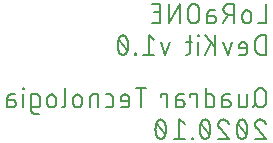
<source format=gbr>
G04 EAGLE Gerber RS-274X export*
G75*
%MOMM*%
%FSLAX34Y34*%
%LPD*%
%INSilkscreen Bottom*%
%IPPOS*%
%AMOC8*
5,1,8,0,0,1.08239X$1,22.5*%
G01*
%ADD10C,0.152400*%


D10*
X615178Y305378D02*
X615178Y289122D01*
X607953Y289122D01*
X602321Y292734D02*
X602321Y296347D01*
X602320Y296347D02*
X602318Y296466D01*
X602312Y296586D01*
X602302Y296705D01*
X602288Y296823D01*
X602271Y296942D01*
X602249Y297059D01*
X602224Y297176D01*
X602194Y297291D01*
X602161Y297406D01*
X602124Y297520D01*
X602084Y297632D01*
X602039Y297743D01*
X601991Y297852D01*
X601940Y297960D01*
X601885Y298066D01*
X601826Y298170D01*
X601764Y298272D01*
X601699Y298372D01*
X601630Y298470D01*
X601558Y298566D01*
X601483Y298659D01*
X601406Y298749D01*
X601325Y298837D01*
X601241Y298922D01*
X601154Y299004D01*
X601065Y299084D01*
X600973Y299160D01*
X600879Y299234D01*
X600782Y299304D01*
X600684Y299371D01*
X600583Y299435D01*
X600479Y299495D01*
X600374Y299552D01*
X600267Y299605D01*
X600159Y299655D01*
X600049Y299701D01*
X599937Y299743D01*
X599824Y299782D01*
X599710Y299817D01*
X599595Y299848D01*
X599478Y299876D01*
X599361Y299899D01*
X599244Y299919D01*
X599125Y299935D01*
X599006Y299947D01*
X598887Y299955D01*
X598768Y299959D01*
X598648Y299959D01*
X598529Y299955D01*
X598410Y299947D01*
X598291Y299935D01*
X598172Y299919D01*
X598055Y299899D01*
X597938Y299876D01*
X597821Y299848D01*
X597706Y299817D01*
X597592Y299782D01*
X597479Y299743D01*
X597367Y299701D01*
X597257Y299655D01*
X597149Y299605D01*
X597042Y299552D01*
X596937Y299495D01*
X596833Y299435D01*
X596732Y299371D01*
X596634Y299304D01*
X596537Y299234D01*
X596443Y299160D01*
X596351Y299084D01*
X596262Y299004D01*
X596175Y298922D01*
X596091Y298837D01*
X596010Y298749D01*
X595933Y298659D01*
X595858Y298566D01*
X595786Y298470D01*
X595717Y298372D01*
X595652Y298272D01*
X595590Y298170D01*
X595531Y298066D01*
X595476Y297960D01*
X595425Y297852D01*
X595377Y297743D01*
X595332Y297632D01*
X595292Y297520D01*
X595255Y297406D01*
X595222Y297291D01*
X595192Y297176D01*
X595167Y297059D01*
X595145Y296942D01*
X595128Y296823D01*
X595114Y296705D01*
X595104Y296586D01*
X595098Y296466D01*
X595096Y296347D01*
X595096Y292734D01*
X595098Y292615D01*
X595104Y292495D01*
X595114Y292376D01*
X595128Y292258D01*
X595145Y292139D01*
X595167Y292022D01*
X595192Y291905D01*
X595222Y291790D01*
X595255Y291675D01*
X595292Y291561D01*
X595332Y291449D01*
X595377Y291338D01*
X595425Y291229D01*
X595476Y291121D01*
X595531Y291015D01*
X595590Y290911D01*
X595652Y290809D01*
X595717Y290709D01*
X595786Y290611D01*
X595858Y290515D01*
X595933Y290422D01*
X596010Y290332D01*
X596091Y290244D01*
X596175Y290159D01*
X596262Y290077D01*
X596351Y289997D01*
X596443Y289921D01*
X596537Y289847D01*
X596634Y289777D01*
X596732Y289710D01*
X596833Y289646D01*
X596937Y289586D01*
X597042Y289529D01*
X597149Y289476D01*
X597257Y289426D01*
X597367Y289380D01*
X597479Y289338D01*
X597592Y289299D01*
X597706Y289264D01*
X597821Y289233D01*
X597938Y289205D01*
X598055Y289182D01*
X598172Y289162D01*
X598291Y289146D01*
X598410Y289134D01*
X598529Y289126D01*
X598648Y289122D01*
X598768Y289122D01*
X598887Y289126D01*
X599006Y289134D01*
X599125Y289146D01*
X599244Y289162D01*
X599361Y289182D01*
X599478Y289205D01*
X599595Y289233D01*
X599710Y289264D01*
X599824Y289299D01*
X599937Y289338D01*
X600049Y289380D01*
X600159Y289426D01*
X600267Y289476D01*
X600374Y289529D01*
X600479Y289586D01*
X600583Y289646D01*
X600684Y289710D01*
X600782Y289777D01*
X600879Y289847D01*
X600973Y289921D01*
X601065Y289997D01*
X601154Y290077D01*
X601241Y290159D01*
X601325Y290244D01*
X601406Y290332D01*
X601483Y290422D01*
X601558Y290515D01*
X601630Y290611D01*
X601699Y290709D01*
X601764Y290809D01*
X601826Y290911D01*
X601885Y291015D01*
X601940Y291121D01*
X601991Y291229D01*
X602039Y291338D01*
X602084Y291449D01*
X602124Y291561D01*
X602161Y291675D01*
X602194Y291790D01*
X602224Y291905D01*
X602249Y292022D01*
X602271Y292139D01*
X602288Y292258D01*
X602302Y292376D01*
X602312Y292495D01*
X602318Y292615D01*
X602320Y292734D01*
X588022Y289122D02*
X588022Y305378D01*
X583507Y305378D01*
X583374Y305376D01*
X583242Y305370D01*
X583110Y305360D01*
X582978Y305347D01*
X582846Y305329D01*
X582716Y305308D01*
X582585Y305283D01*
X582456Y305254D01*
X582328Y305221D01*
X582200Y305185D01*
X582074Y305145D01*
X581949Y305101D01*
X581825Y305053D01*
X581703Y305002D01*
X581582Y304947D01*
X581463Y304889D01*
X581345Y304827D01*
X581230Y304762D01*
X581116Y304693D01*
X581005Y304622D01*
X580896Y304546D01*
X580789Y304468D01*
X580684Y304387D01*
X580582Y304302D01*
X580482Y304215D01*
X580385Y304125D01*
X580290Y304032D01*
X580199Y303936D01*
X580110Y303838D01*
X580024Y303737D01*
X579941Y303633D01*
X579861Y303527D01*
X579785Y303419D01*
X579711Y303309D01*
X579641Y303196D01*
X579574Y303082D01*
X579511Y302965D01*
X579451Y302847D01*
X579394Y302727D01*
X579341Y302605D01*
X579292Y302482D01*
X579246Y302358D01*
X579204Y302232D01*
X579166Y302105D01*
X579131Y301977D01*
X579100Y301848D01*
X579073Y301719D01*
X579050Y301588D01*
X579030Y301457D01*
X579015Y301325D01*
X579003Y301193D01*
X578995Y301061D01*
X578991Y300928D01*
X578991Y300796D01*
X578995Y300663D01*
X579003Y300531D01*
X579015Y300399D01*
X579030Y300267D01*
X579050Y300136D01*
X579073Y300005D01*
X579100Y299876D01*
X579131Y299747D01*
X579166Y299619D01*
X579204Y299492D01*
X579246Y299366D01*
X579292Y299242D01*
X579341Y299119D01*
X579394Y298997D01*
X579451Y298877D01*
X579511Y298759D01*
X579574Y298642D01*
X579641Y298528D01*
X579711Y298415D01*
X579785Y298305D01*
X579861Y298197D01*
X579941Y298091D01*
X580024Y297987D01*
X580110Y297886D01*
X580199Y297788D01*
X580290Y297692D01*
X580385Y297599D01*
X580482Y297509D01*
X580582Y297422D01*
X580684Y297337D01*
X580789Y297256D01*
X580896Y297178D01*
X581005Y297102D01*
X581116Y297031D01*
X581230Y296962D01*
X581345Y296897D01*
X581463Y296835D01*
X581582Y296777D01*
X581703Y296722D01*
X581825Y296671D01*
X581949Y296623D01*
X582074Y296579D01*
X582200Y296539D01*
X582328Y296503D01*
X582456Y296470D01*
X582585Y296441D01*
X582716Y296416D01*
X582846Y296395D01*
X582978Y296377D01*
X583110Y296364D01*
X583242Y296354D01*
X583374Y296348D01*
X583507Y296346D01*
X583507Y296347D02*
X588022Y296347D01*
X582603Y296347D02*
X578991Y289122D01*
X569534Y295444D02*
X565470Y295444D01*
X569534Y295444D02*
X569646Y295442D01*
X569757Y295436D01*
X569868Y295426D01*
X569979Y295413D01*
X570089Y295395D01*
X570198Y295373D01*
X570307Y295348D01*
X570415Y295319D01*
X570521Y295286D01*
X570627Y295249D01*
X570731Y295209D01*
X570833Y295165D01*
X570934Y295117D01*
X571033Y295066D01*
X571131Y295011D01*
X571226Y294953D01*
X571319Y294892D01*
X571410Y294827D01*
X571499Y294759D01*
X571585Y294688D01*
X571668Y294615D01*
X571749Y294538D01*
X571828Y294458D01*
X571903Y294376D01*
X571975Y294291D01*
X572045Y294204D01*
X572111Y294114D01*
X572174Y294022D01*
X572234Y293927D01*
X572290Y293831D01*
X572343Y293733D01*
X572392Y293633D01*
X572438Y293531D01*
X572480Y293428D01*
X572519Y293323D01*
X572554Y293217D01*
X572585Y293110D01*
X572612Y293002D01*
X572636Y292893D01*
X572655Y292783D01*
X572671Y292673D01*
X572683Y292562D01*
X572691Y292450D01*
X572695Y292339D01*
X572695Y292227D01*
X572691Y292116D01*
X572683Y292004D01*
X572671Y291893D01*
X572655Y291783D01*
X572636Y291673D01*
X572612Y291564D01*
X572585Y291456D01*
X572554Y291349D01*
X572519Y291243D01*
X572480Y291138D01*
X572438Y291035D01*
X572392Y290933D01*
X572343Y290833D01*
X572290Y290735D01*
X572234Y290639D01*
X572174Y290544D01*
X572111Y290452D01*
X572045Y290362D01*
X571975Y290275D01*
X571903Y290190D01*
X571828Y290108D01*
X571749Y290028D01*
X571668Y289951D01*
X571585Y289878D01*
X571499Y289807D01*
X571410Y289739D01*
X571319Y289674D01*
X571226Y289613D01*
X571131Y289555D01*
X571033Y289500D01*
X570934Y289449D01*
X570833Y289401D01*
X570731Y289357D01*
X570627Y289317D01*
X570521Y289280D01*
X570415Y289247D01*
X570307Y289218D01*
X570198Y289193D01*
X570089Y289171D01*
X569979Y289153D01*
X569868Y289140D01*
X569757Y289130D01*
X569646Y289124D01*
X569534Y289122D01*
X565470Y289122D01*
X565470Y297250D01*
X565472Y297351D01*
X565478Y297452D01*
X565487Y297553D01*
X565500Y297654D01*
X565517Y297754D01*
X565538Y297853D01*
X565562Y297951D01*
X565590Y298048D01*
X565622Y298145D01*
X565657Y298240D01*
X565696Y298333D01*
X565738Y298425D01*
X565784Y298516D01*
X565833Y298605D01*
X565885Y298691D01*
X565941Y298776D01*
X565999Y298859D01*
X566061Y298939D01*
X566126Y299017D01*
X566193Y299093D01*
X566263Y299166D01*
X566336Y299236D01*
X566412Y299303D01*
X566490Y299368D01*
X566570Y299430D01*
X566653Y299488D01*
X566738Y299544D01*
X566825Y299596D01*
X566913Y299645D01*
X567004Y299691D01*
X567096Y299733D01*
X567189Y299772D01*
X567284Y299807D01*
X567381Y299839D01*
X567478Y299867D01*
X567576Y299891D01*
X567675Y299912D01*
X567775Y299929D01*
X567876Y299942D01*
X567977Y299951D01*
X568078Y299957D01*
X568179Y299959D01*
X571792Y299959D01*
X558414Y300862D02*
X558414Y293638D01*
X558415Y300862D02*
X558413Y300995D01*
X558407Y301127D01*
X558397Y301259D01*
X558384Y301391D01*
X558366Y301523D01*
X558345Y301653D01*
X558320Y301784D01*
X558291Y301913D01*
X558258Y302041D01*
X558222Y302169D01*
X558182Y302295D01*
X558138Y302420D01*
X558090Y302544D01*
X558039Y302666D01*
X557984Y302787D01*
X557926Y302906D01*
X557864Y303024D01*
X557799Y303139D01*
X557730Y303253D01*
X557659Y303364D01*
X557583Y303473D01*
X557505Y303580D01*
X557424Y303685D01*
X557339Y303787D01*
X557252Y303887D01*
X557162Y303984D01*
X557069Y304079D01*
X556973Y304170D01*
X556875Y304259D01*
X556774Y304345D01*
X556670Y304428D01*
X556564Y304508D01*
X556456Y304584D01*
X556346Y304658D01*
X556233Y304728D01*
X556119Y304795D01*
X556002Y304858D01*
X555884Y304918D01*
X555764Y304975D01*
X555642Y305028D01*
X555519Y305077D01*
X555395Y305123D01*
X555269Y305165D01*
X555142Y305203D01*
X555014Y305238D01*
X554885Y305269D01*
X554756Y305296D01*
X554625Y305319D01*
X554494Y305339D01*
X554362Y305354D01*
X554230Y305366D01*
X554098Y305374D01*
X553965Y305378D01*
X553833Y305378D01*
X553700Y305374D01*
X553568Y305366D01*
X553436Y305354D01*
X553304Y305339D01*
X553173Y305319D01*
X553042Y305296D01*
X552913Y305269D01*
X552784Y305238D01*
X552656Y305203D01*
X552529Y305165D01*
X552403Y305123D01*
X552279Y305077D01*
X552156Y305028D01*
X552034Y304975D01*
X551914Y304918D01*
X551796Y304858D01*
X551679Y304795D01*
X551565Y304728D01*
X551452Y304658D01*
X551342Y304584D01*
X551234Y304508D01*
X551128Y304428D01*
X551024Y304345D01*
X550923Y304259D01*
X550825Y304170D01*
X550729Y304079D01*
X550636Y303984D01*
X550546Y303887D01*
X550459Y303787D01*
X550374Y303685D01*
X550293Y303580D01*
X550215Y303473D01*
X550139Y303364D01*
X550068Y303253D01*
X549999Y303139D01*
X549934Y303024D01*
X549872Y302906D01*
X549814Y302787D01*
X549759Y302666D01*
X549708Y302544D01*
X549660Y302420D01*
X549616Y302295D01*
X549576Y302169D01*
X549540Y302041D01*
X549507Y301913D01*
X549478Y301784D01*
X549453Y301653D01*
X549432Y301523D01*
X549414Y301391D01*
X549401Y301259D01*
X549391Y301127D01*
X549385Y300995D01*
X549383Y300862D01*
X549383Y293638D01*
X549385Y293505D01*
X549391Y293373D01*
X549401Y293241D01*
X549414Y293109D01*
X549432Y292977D01*
X549453Y292847D01*
X549478Y292716D01*
X549507Y292587D01*
X549540Y292459D01*
X549576Y292331D01*
X549616Y292205D01*
X549660Y292080D01*
X549708Y291956D01*
X549759Y291834D01*
X549814Y291713D01*
X549872Y291594D01*
X549934Y291476D01*
X549999Y291361D01*
X550068Y291247D01*
X550139Y291136D01*
X550215Y291027D01*
X550293Y290920D01*
X550374Y290815D01*
X550459Y290713D01*
X550546Y290613D01*
X550636Y290516D01*
X550729Y290421D01*
X550825Y290330D01*
X550923Y290241D01*
X551024Y290155D01*
X551128Y290072D01*
X551234Y289992D01*
X551342Y289916D01*
X551452Y289842D01*
X551565Y289772D01*
X551679Y289705D01*
X551796Y289642D01*
X551914Y289582D01*
X552034Y289525D01*
X552156Y289472D01*
X552279Y289423D01*
X552403Y289377D01*
X552529Y289335D01*
X552656Y289297D01*
X552784Y289262D01*
X552913Y289231D01*
X553042Y289204D01*
X553173Y289181D01*
X553304Y289161D01*
X553436Y289146D01*
X553568Y289134D01*
X553700Y289126D01*
X553833Y289122D01*
X553965Y289122D01*
X554098Y289126D01*
X554230Y289134D01*
X554362Y289146D01*
X554494Y289161D01*
X554625Y289181D01*
X554756Y289204D01*
X554885Y289231D01*
X555014Y289262D01*
X555142Y289297D01*
X555269Y289335D01*
X555395Y289377D01*
X555519Y289423D01*
X555642Y289472D01*
X555764Y289525D01*
X555884Y289582D01*
X556002Y289642D01*
X556119Y289705D01*
X556233Y289772D01*
X556346Y289842D01*
X556456Y289916D01*
X556564Y289992D01*
X556670Y290072D01*
X556774Y290155D01*
X556875Y290241D01*
X556973Y290330D01*
X557069Y290421D01*
X557162Y290516D01*
X557252Y290613D01*
X557339Y290713D01*
X557424Y290815D01*
X557505Y290920D01*
X557583Y291027D01*
X557659Y291136D01*
X557730Y291247D01*
X557799Y291361D01*
X557864Y291476D01*
X557926Y291594D01*
X557984Y291713D01*
X558039Y291834D01*
X558090Y291956D01*
X558138Y292080D01*
X558182Y292205D01*
X558222Y292331D01*
X558258Y292459D01*
X558291Y292587D01*
X558320Y292716D01*
X558345Y292847D01*
X558366Y292977D01*
X558384Y293109D01*
X558397Y293241D01*
X558407Y293373D01*
X558413Y293505D01*
X558415Y293638D01*
X542262Y289122D02*
X542262Y305378D01*
X533231Y289122D01*
X533231Y305378D01*
X525559Y289122D02*
X518334Y289122D01*
X525559Y289122D02*
X525559Y305378D01*
X518334Y305378D01*
X520140Y298153D02*
X525559Y298153D01*
X615178Y278708D02*
X615178Y262452D01*
X615178Y278708D02*
X610662Y278708D01*
X610531Y278706D01*
X610399Y278700D01*
X610268Y278691D01*
X610138Y278677D01*
X610007Y278660D01*
X609878Y278639D01*
X609749Y278615D01*
X609621Y278586D01*
X609493Y278554D01*
X609367Y278518D01*
X609242Y278479D01*
X609117Y278436D01*
X608995Y278389D01*
X608873Y278339D01*
X608753Y278285D01*
X608635Y278228D01*
X608519Y278167D01*
X608404Y278103D01*
X608291Y278036D01*
X608180Y277965D01*
X608072Y277891D01*
X607965Y277814D01*
X607861Y277734D01*
X607759Y277651D01*
X607660Y277566D01*
X607563Y277477D01*
X607469Y277385D01*
X607377Y277291D01*
X607288Y277194D01*
X607203Y277095D01*
X607120Y276993D01*
X607040Y276889D01*
X606963Y276782D01*
X606889Y276674D01*
X606818Y276563D01*
X606751Y276450D01*
X606687Y276335D01*
X606626Y276219D01*
X606569Y276101D01*
X606515Y275981D01*
X606465Y275859D01*
X606418Y275737D01*
X606375Y275612D01*
X606336Y275487D01*
X606300Y275361D01*
X606268Y275233D01*
X606239Y275105D01*
X606215Y274976D01*
X606194Y274847D01*
X606177Y274716D01*
X606163Y274586D01*
X606154Y274455D01*
X606148Y274323D01*
X606146Y274192D01*
X606147Y274192D02*
X606147Y266968D01*
X606146Y266968D02*
X606148Y266837D01*
X606154Y266705D01*
X606163Y266574D01*
X606177Y266444D01*
X606194Y266313D01*
X606215Y266184D01*
X606239Y266055D01*
X606268Y265927D01*
X606300Y265799D01*
X606336Y265673D01*
X606375Y265548D01*
X606418Y265423D01*
X606465Y265301D01*
X606515Y265179D01*
X606569Y265059D01*
X606626Y264941D01*
X606687Y264825D01*
X606751Y264710D01*
X606818Y264597D01*
X606889Y264486D01*
X606963Y264378D01*
X607040Y264271D01*
X607120Y264167D01*
X607203Y264065D01*
X607288Y263966D01*
X607377Y263869D01*
X607469Y263775D01*
X607563Y263683D01*
X607660Y263594D01*
X607759Y263509D01*
X607861Y263426D01*
X607965Y263346D01*
X608072Y263269D01*
X608180Y263195D01*
X608291Y263124D01*
X608404Y263057D01*
X608519Y262993D01*
X608635Y262932D01*
X608753Y262875D01*
X608873Y262821D01*
X608995Y262771D01*
X609117Y262724D01*
X609242Y262681D01*
X609367Y262642D01*
X609493Y262606D01*
X609621Y262574D01*
X609749Y262545D01*
X609878Y262521D01*
X610007Y262500D01*
X610138Y262483D01*
X610268Y262469D01*
X610399Y262460D01*
X610531Y262454D01*
X610662Y262452D01*
X615178Y262452D01*
X596455Y262452D02*
X591940Y262452D01*
X596455Y262452D02*
X596556Y262454D01*
X596657Y262460D01*
X596758Y262469D01*
X596859Y262482D01*
X596959Y262499D01*
X597058Y262520D01*
X597156Y262544D01*
X597253Y262572D01*
X597350Y262604D01*
X597445Y262639D01*
X597538Y262678D01*
X597630Y262720D01*
X597721Y262766D01*
X597810Y262815D01*
X597896Y262867D01*
X597981Y262923D01*
X598064Y262981D01*
X598144Y263043D01*
X598222Y263108D01*
X598298Y263175D01*
X598371Y263245D01*
X598441Y263318D01*
X598508Y263394D01*
X598573Y263472D01*
X598635Y263552D01*
X598693Y263635D01*
X598749Y263720D01*
X598801Y263807D01*
X598850Y263895D01*
X598896Y263986D01*
X598938Y264078D01*
X598977Y264171D01*
X599012Y264266D01*
X599044Y264363D01*
X599072Y264460D01*
X599096Y264558D01*
X599117Y264657D01*
X599134Y264757D01*
X599147Y264858D01*
X599156Y264959D01*
X599162Y265060D01*
X599164Y265161D01*
X599165Y265161D02*
X599165Y269677D01*
X599164Y269677D02*
X599162Y269796D01*
X599156Y269916D01*
X599146Y270035D01*
X599132Y270153D01*
X599115Y270272D01*
X599093Y270389D01*
X599068Y270506D01*
X599038Y270621D01*
X599005Y270736D01*
X598968Y270850D01*
X598928Y270962D01*
X598883Y271073D01*
X598835Y271182D01*
X598784Y271290D01*
X598729Y271396D01*
X598670Y271500D01*
X598608Y271602D01*
X598543Y271702D01*
X598474Y271800D01*
X598402Y271896D01*
X598327Y271989D01*
X598250Y272079D01*
X598169Y272167D01*
X598085Y272252D01*
X597998Y272334D01*
X597909Y272414D01*
X597817Y272490D01*
X597723Y272564D01*
X597626Y272634D01*
X597528Y272701D01*
X597427Y272765D01*
X597323Y272825D01*
X597218Y272882D01*
X597111Y272935D01*
X597003Y272985D01*
X596893Y273031D01*
X596781Y273073D01*
X596668Y273112D01*
X596554Y273147D01*
X596439Y273178D01*
X596322Y273206D01*
X596205Y273229D01*
X596088Y273249D01*
X595969Y273265D01*
X595850Y273277D01*
X595731Y273285D01*
X595612Y273289D01*
X595492Y273289D01*
X595373Y273285D01*
X595254Y273277D01*
X595135Y273265D01*
X595016Y273249D01*
X594899Y273229D01*
X594782Y273206D01*
X594665Y273178D01*
X594550Y273147D01*
X594436Y273112D01*
X594323Y273073D01*
X594211Y273031D01*
X594101Y272985D01*
X593993Y272935D01*
X593886Y272882D01*
X593781Y272825D01*
X593677Y272765D01*
X593576Y272701D01*
X593478Y272634D01*
X593381Y272564D01*
X593287Y272490D01*
X593195Y272414D01*
X593106Y272334D01*
X593019Y272252D01*
X592935Y272167D01*
X592854Y272079D01*
X592777Y271989D01*
X592702Y271896D01*
X592630Y271800D01*
X592561Y271702D01*
X592496Y271602D01*
X592434Y271500D01*
X592375Y271396D01*
X592320Y271290D01*
X592269Y271182D01*
X592221Y271073D01*
X592176Y270962D01*
X592136Y270850D01*
X592099Y270736D01*
X592066Y270621D01*
X592036Y270506D01*
X592011Y270389D01*
X591989Y270272D01*
X591972Y270153D01*
X591958Y270035D01*
X591948Y269916D01*
X591942Y269796D01*
X591940Y269677D01*
X591940Y267871D01*
X599165Y267871D01*
X586139Y273289D02*
X582526Y262452D01*
X578914Y273289D01*
X572242Y278708D02*
X572242Y262452D01*
X572242Y268774D02*
X563211Y278708D01*
X568629Y272386D02*
X563211Y262452D01*
X557516Y262452D02*
X557516Y273289D01*
X557968Y277805D02*
X557968Y278708D01*
X557065Y278708D01*
X557065Y277805D01*
X557968Y277805D01*
X552526Y273289D02*
X547108Y273289D01*
X550720Y278708D02*
X550720Y265161D01*
X550718Y265060D01*
X550712Y264959D01*
X550703Y264858D01*
X550690Y264757D01*
X550673Y264657D01*
X550652Y264558D01*
X550628Y264460D01*
X550600Y264363D01*
X550568Y264266D01*
X550533Y264171D01*
X550494Y264078D01*
X550452Y263986D01*
X550406Y263895D01*
X550357Y263807D01*
X550305Y263720D01*
X550249Y263635D01*
X550191Y263552D01*
X550129Y263472D01*
X550064Y263394D01*
X549997Y263318D01*
X549927Y263245D01*
X549854Y263175D01*
X549778Y263108D01*
X549700Y263043D01*
X549620Y262981D01*
X549537Y262923D01*
X549452Y262867D01*
X549366Y262815D01*
X549277Y262766D01*
X549186Y262720D01*
X549094Y262678D01*
X549001Y262639D01*
X548906Y262604D01*
X548809Y262572D01*
X548712Y262544D01*
X548614Y262520D01*
X548515Y262499D01*
X548415Y262482D01*
X548314Y262469D01*
X548213Y262460D01*
X548112Y262454D01*
X548011Y262452D01*
X547108Y262452D01*
X529901Y262452D02*
X533514Y273289D01*
X526289Y273289D02*
X529901Y262452D01*
X520349Y275096D02*
X515833Y278708D01*
X515833Y262452D01*
X511318Y262452D02*
X520349Y262452D01*
X505343Y262452D02*
X505343Y263355D01*
X504440Y263355D01*
X504440Y262452D01*
X505343Y262452D01*
X498465Y270580D02*
X498461Y270900D01*
X498450Y271219D01*
X498431Y271539D01*
X498404Y271857D01*
X498370Y272175D01*
X498328Y272492D01*
X498278Y272808D01*
X498221Y273123D01*
X498157Y273436D01*
X498085Y273748D01*
X498006Y274058D01*
X497919Y274365D01*
X497825Y274671D01*
X497724Y274974D01*
X497615Y275275D01*
X497500Y275573D01*
X497377Y275869D01*
X497247Y276161D01*
X497110Y276450D01*
X497110Y276451D02*
X497071Y276559D01*
X497028Y276666D01*
X496982Y276771D01*
X496931Y276875D01*
X496878Y276977D01*
X496821Y277077D01*
X496760Y277175D01*
X496696Y277270D01*
X496629Y277364D01*
X496558Y277455D01*
X496485Y277544D01*
X496408Y277630D01*
X496329Y277713D01*
X496247Y277794D01*
X496162Y277872D01*
X496074Y277946D01*
X495984Y278018D01*
X495892Y278086D01*
X495797Y278152D01*
X495700Y278214D01*
X495601Y278272D01*
X495499Y278328D01*
X495397Y278379D01*
X495292Y278427D01*
X495186Y278472D01*
X495078Y278513D01*
X494969Y278550D01*
X494859Y278583D01*
X494747Y278612D01*
X494635Y278638D01*
X494522Y278660D01*
X494408Y278677D01*
X494294Y278691D01*
X494179Y278701D01*
X494064Y278707D01*
X493949Y278709D01*
X493949Y278708D02*
X493834Y278706D01*
X493719Y278700D01*
X493604Y278690D01*
X493490Y278676D01*
X493376Y278659D01*
X493263Y278637D01*
X493151Y278611D01*
X493039Y278582D01*
X492929Y278549D01*
X492820Y278512D01*
X492712Y278471D01*
X492606Y278426D01*
X492502Y278378D01*
X492399Y278327D01*
X492298Y278271D01*
X492198Y278213D01*
X492101Y278151D01*
X492007Y278086D01*
X491914Y278017D01*
X491824Y277945D01*
X491736Y277871D01*
X491651Y277793D01*
X491569Y277712D01*
X491490Y277629D01*
X491413Y277543D01*
X491340Y277454D01*
X491269Y277363D01*
X491202Y277269D01*
X491138Y277174D01*
X491077Y277076D01*
X491020Y276976D01*
X490967Y276874D01*
X490916Y276770D01*
X490870Y276665D01*
X490827Y276558D01*
X490788Y276450D01*
X490789Y276450D02*
X490652Y276161D01*
X490522Y275869D01*
X490399Y275573D01*
X490284Y275275D01*
X490175Y274974D01*
X490074Y274671D01*
X489980Y274365D01*
X489893Y274058D01*
X489814Y273748D01*
X489742Y273436D01*
X489678Y273123D01*
X489621Y272808D01*
X489571Y272492D01*
X489529Y272175D01*
X489495Y271857D01*
X489468Y271539D01*
X489449Y271219D01*
X489438Y270900D01*
X489434Y270580D01*
X498465Y270580D02*
X498461Y270260D01*
X498450Y269941D01*
X498431Y269621D01*
X498404Y269303D01*
X498370Y268985D01*
X498328Y268668D01*
X498278Y268352D01*
X498221Y268037D01*
X498157Y267724D01*
X498085Y267412D01*
X498006Y267102D01*
X497919Y266795D01*
X497825Y266489D01*
X497724Y266186D01*
X497615Y265885D01*
X497500Y265587D01*
X497377Y265291D01*
X497247Y264999D01*
X497110Y264710D01*
X497071Y264602D01*
X497028Y264495D01*
X496982Y264390D01*
X496931Y264286D01*
X496878Y264184D01*
X496821Y264084D01*
X496760Y263986D01*
X496696Y263891D01*
X496629Y263797D01*
X496558Y263706D01*
X496485Y263617D01*
X496408Y263531D01*
X496329Y263448D01*
X496247Y263367D01*
X496162Y263289D01*
X496074Y263215D01*
X495984Y263143D01*
X495891Y263074D01*
X495797Y263009D01*
X495700Y262947D01*
X495600Y262889D01*
X495499Y262833D01*
X495397Y262782D01*
X495292Y262734D01*
X495186Y262689D01*
X495078Y262648D01*
X494969Y262611D01*
X494859Y262578D01*
X494747Y262549D01*
X494635Y262523D01*
X494522Y262501D01*
X494408Y262484D01*
X494294Y262470D01*
X494179Y262460D01*
X494064Y262454D01*
X493949Y262452D01*
X490789Y264710D02*
X490652Y264999D01*
X490522Y265291D01*
X490399Y265587D01*
X490284Y265885D01*
X490175Y266186D01*
X490074Y266489D01*
X489980Y266795D01*
X489893Y267102D01*
X489814Y267412D01*
X489742Y267724D01*
X489678Y268037D01*
X489621Y268352D01*
X489571Y268668D01*
X489529Y268985D01*
X489495Y269303D01*
X489468Y269621D01*
X489449Y269941D01*
X489438Y270260D01*
X489434Y270580D01*
X490788Y264710D02*
X490827Y264602D01*
X490870Y264495D01*
X490916Y264390D01*
X490967Y264286D01*
X491020Y264184D01*
X491078Y264084D01*
X491138Y263986D01*
X491202Y263891D01*
X491269Y263797D01*
X491340Y263706D01*
X491413Y263617D01*
X491490Y263531D01*
X491569Y263448D01*
X491651Y263367D01*
X491736Y263289D01*
X491824Y263215D01*
X491914Y263143D01*
X492007Y263074D01*
X492101Y263009D01*
X492198Y262947D01*
X492298Y262889D01*
X492399Y262833D01*
X492502Y262782D01*
X492606Y262734D01*
X492712Y262689D01*
X492820Y262648D01*
X492929Y262611D01*
X493039Y262578D01*
X493151Y262549D01*
X493263Y262523D01*
X493376Y262501D01*
X493490Y262484D01*
X493604Y262470D01*
X493719Y262460D01*
X493834Y262454D01*
X493949Y262452D01*
X497562Y266064D02*
X490337Y275096D01*
X614888Y229642D02*
X614888Y222418D01*
X614888Y229642D02*
X614886Y229775D01*
X614880Y229907D01*
X614870Y230039D01*
X614857Y230171D01*
X614839Y230303D01*
X614818Y230433D01*
X614793Y230564D01*
X614764Y230693D01*
X614731Y230821D01*
X614695Y230949D01*
X614655Y231075D01*
X614611Y231200D01*
X614563Y231324D01*
X614512Y231446D01*
X614457Y231567D01*
X614399Y231686D01*
X614337Y231804D01*
X614272Y231919D01*
X614203Y232033D01*
X614132Y232144D01*
X614056Y232253D01*
X613978Y232360D01*
X613897Y232465D01*
X613812Y232567D01*
X613725Y232667D01*
X613635Y232764D01*
X613542Y232859D01*
X613446Y232950D01*
X613348Y233039D01*
X613247Y233125D01*
X613143Y233208D01*
X613037Y233288D01*
X612929Y233364D01*
X612819Y233438D01*
X612706Y233508D01*
X612592Y233575D01*
X612475Y233638D01*
X612357Y233698D01*
X612237Y233755D01*
X612115Y233808D01*
X611992Y233857D01*
X611868Y233903D01*
X611742Y233945D01*
X611615Y233983D01*
X611487Y234018D01*
X611358Y234049D01*
X611229Y234076D01*
X611098Y234099D01*
X610967Y234119D01*
X610835Y234134D01*
X610703Y234146D01*
X610571Y234154D01*
X610438Y234158D01*
X610306Y234158D01*
X610173Y234154D01*
X610041Y234146D01*
X609909Y234134D01*
X609777Y234119D01*
X609646Y234099D01*
X609515Y234076D01*
X609386Y234049D01*
X609257Y234018D01*
X609129Y233983D01*
X609002Y233945D01*
X608876Y233903D01*
X608752Y233857D01*
X608629Y233808D01*
X608507Y233755D01*
X608387Y233698D01*
X608269Y233638D01*
X608152Y233575D01*
X608038Y233508D01*
X607925Y233438D01*
X607815Y233364D01*
X607707Y233288D01*
X607601Y233208D01*
X607497Y233125D01*
X607396Y233039D01*
X607298Y232950D01*
X607202Y232859D01*
X607109Y232764D01*
X607019Y232667D01*
X606932Y232567D01*
X606847Y232465D01*
X606766Y232360D01*
X606688Y232253D01*
X606612Y232144D01*
X606541Y232033D01*
X606472Y231919D01*
X606407Y231804D01*
X606345Y231686D01*
X606287Y231567D01*
X606232Y231446D01*
X606181Y231324D01*
X606133Y231200D01*
X606089Y231075D01*
X606049Y230949D01*
X606013Y230821D01*
X605980Y230693D01*
X605951Y230564D01*
X605926Y230433D01*
X605905Y230303D01*
X605887Y230171D01*
X605874Y230039D01*
X605864Y229907D01*
X605858Y229775D01*
X605856Y229642D01*
X605857Y229642D02*
X605857Y222418D01*
X605856Y222418D02*
X605858Y222285D01*
X605864Y222153D01*
X605874Y222021D01*
X605887Y221889D01*
X605905Y221757D01*
X605926Y221627D01*
X605951Y221496D01*
X605980Y221367D01*
X606013Y221239D01*
X606049Y221111D01*
X606089Y220985D01*
X606133Y220860D01*
X606181Y220736D01*
X606232Y220614D01*
X606287Y220493D01*
X606345Y220374D01*
X606407Y220256D01*
X606472Y220141D01*
X606541Y220027D01*
X606612Y219916D01*
X606688Y219807D01*
X606766Y219700D01*
X606847Y219595D01*
X606932Y219493D01*
X607019Y219393D01*
X607109Y219296D01*
X607202Y219201D01*
X607298Y219110D01*
X607396Y219021D01*
X607497Y218935D01*
X607601Y218852D01*
X607707Y218772D01*
X607815Y218696D01*
X607925Y218622D01*
X608038Y218552D01*
X608152Y218485D01*
X608269Y218422D01*
X608387Y218362D01*
X608507Y218305D01*
X608629Y218252D01*
X608752Y218203D01*
X608876Y218157D01*
X609002Y218115D01*
X609129Y218077D01*
X609257Y218042D01*
X609386Y218011D01*
X609515Y217984D01*
X609646Y217961D01*
X609777Y217941D01*
X609909Y217926D01*
X610041Y217914D01*
X610173Y217906D01*
X610306Y217902D01*
X610438Y217902D01*
X610571Y217906D01*
X610703Y217914D01*
X610835Y217926D01*
X610967Y217941D01*
X611098Y217961D01*
X611229Y217984D01*
X611358Y218011D01*
X611487Y218042D01*
X611615Y218077D01*
X611742Y218115D01*
X611868Y218157D01*
X611992Y218203D01*
X612115Y218252D01*
X612237Y218305D01*
X612357Y218362D01*
X612475Y218422D01*
X612592Y218485D01*
X612706Y218552D01*
X612819Y218622D01*
X612929Y218696D01*
X613037Y218772D01*
X613143Y218852D01*
X613247Y218935D01*
X613348Y219021D01*
X613446Y219110D01*
X613542Y219201D01*
X613635Y219296D01*
X613725Y219393D01*
X613812Y219493D01*
X613897Y219595D01*
X613978Y219700D01*
X614056Y219807D01*
X614132Y219916D01*
X614203Y220027D01*
X614272Y220141D01*
X614337Y220256D01*
X614399Y220374D01*
X614457Y220493D01*
X614512Y220614D01*
X614563Y220736D01*
X614611Y220860D01*
X614655Y220985D01*
X614695Y221111D01*
X614731Y221239D01*
X614764Y221367D01*
X614793Y221496D01*
X614818Y221627D01*
X614839Y221757D01*
X614857Y221889D01*
X614870Y222021D01*
X614880Y222153D01*
X614886Y222285D01*
X614888Y222418D01*
X607663Y221514D02*
X604051Y217902D01*
X599190Y220611D02*
X599190Y228739D01*
X599190Y220611D02*
X599188Y220510D01*
X599182Y220409D01*
X599173Y220308D01*
X599160Y220207D01*
X599143Y220107D01*
X599122Y220008D01*
X599098Y219910D01*
X599070Y219813D01*
X599038Y219716D01*
X599003Y219621D01*
X598964Y219528D01*
X598922Y219436D01*
X598876Y219345D01*
X598827Y219256D01*
X598775Y219170D01*
X598719Y219085D01*
X598661Y219002D01*
X598599Y218922D01*
X598534Y218844D01*
X598467Y218768D01*
X598397Y218695D01*
X598324Y218625D01*
X598248Y218558D01*
X598170Y218493D01*
X598090Y218431D01*
X598007Y218373D01*
X597922Y218317D01*
X597836Y218265D01*
X597747Y218216D01*
X597656Y218170D01*
X597564Y218128D01*
X597471Y218089D01*
X597376Y218054D01*
X597279Y218022D01*
X597182Y217994D01*
X597084Y217970D01*
X596985Y217949D01*
X596885Y217932D01*
X596784Y217919D01*
X596683Y217910D01*
X596582Y217904D01*
X596481Y217902D01*
X591965Y217902D01*
X591965Y228739D01*
X582034Y224224D02*
X577970Y224224D01*
X582034Y224224D02*
X582146Y224222D01*
X582257Y224216D01*
X582368Y224206D01*
X582479Y224193D01*
X582589Y224175D01*
X582698Y224153D01*
X582807Y224128D01*
X582915Y224099D01*
X583021Y224066D01*
X583127Y224029D01*
X583231Y223989D01*
X583333Y223945D01*
X583434Y223897D01*
X583533Y223846D01*
X583631Y223791D01*
X583726Y223733D01*
X583819Y223672D01*
X583910Y223607D01*
X583999Y223539D01*
X584085Y223468D01*
X584168Y223395D01*
X584249Y223318D01*
X584328Y223238D01*
X584403Y223156D01*
X584475Y223071D01*
X584545Y222984D01*
X584611Y222894D01*
X584674Y222802D01*
X584734Y222707D01*
X584790Y222611D01*
X584843Y222513D01*
X584892Y222413D01*
X584938Y222311D01*
X584980Y222208D01*
X585019Y222103D01*
X585054Y221997D01*
X585085Y221890D01*
X585112Y221782D01*
X585136Y221673D01*
X585155Y221563D01*
X585171Y221453D01*
X585183Y221342D01*
X585191Y221230D01*
X585195Y221119D01*
X585195Y221007D01*
X585191Y220896D01*
X585183Y220784D01*
X585171Y220673D01*
X585155Y220563D01*
X585136Y220453D01*
X585112Y220344D01*
X585085Y220236D01*
X585054Y220129D01*
X585019Y220023D01*
X584980Y219918D01*
X584938Y219815D01*
X584892Y219713D01*
X584843Y219613D01*
X584790Y219515D01*
X584734Y219419D01*
X584674Y219324D01*
X584611Y219232D01*
X584545Y219142D01*
X584475Y219055D01*
X584403Y218970D01*
X584328Y218888D01*
X584249Y218808D01*
X584168Y218731D01*
X584085Y218658D01*
X583999Y218587D01*
X583910Y218519D01*
X583819Y218454D01*
X583726Y218393D01*
X583631Y218335D01*
X583533Y218280D01*
X583434Y218229D01*
X583333Y218181D01*
X583231Y218137D01*
X583127Y218097D01*
X583021Y218060D01*
X582915Y218027D01*
X582807Y217998D01*
X582698Y217973D01*
X582589Y217951D01*
X582479Y217933D01*
X582368Y217920D01*
X582257Y217910D01*
X582146Y217904D01*
X582034Y217902D01*
X577970Y217902D01*
X577970Y226030D01*
X577971Y226030D02*
X577973Y226131D01*
X577979Y226232D01*
X577988Y226333D01*
X578001Y226434D01*
X578018Y226534D01*
X578039Y226633D01*
X578063Y226731D01*
X578091Y226828D01*
X578123Y226925D01*
X578158Y227020D01*
X578197Y227113D01*
X578239Y227205D01*
X578285Y227296D01*
X578334Y227385D01*
X578386Y227471D01*
X578442Y227556D01*
X578500Y227639D01*
X578562Y227719D01*
X578627Y227797D01*
X578694Y227873D01*
X578764Y227946D01*
X578837Y228016D01*
X578913Y228083D01*
X578991Y228148D01*
X579071Y228210D01*
X579154Y228268D01*
X579239Y228324D01*
X579326Y228376D01*
X579414Y228425D01*
X579505Y228471D01*
X579597Y228513D01*
X579690Y228552D01*
X579785Y228587D01*
X579882Y228619D01*
X579979Y228647D01*
X580077Y228671D01*
X580176Y228692D01*
X580276Y228709D01*
X580377Y228722D01*
X580478Y228731D01*
X580579Y228737D01*
X580680Y228739D01*
X584292Y228739D01*
X563902Y234158D02*
X563902Y217902D01*
X568418Y217902D01*
X568519Y217904D01*
X568620Y217910D01*
X568721Y217919D01*
X568822Y217932D01*
X568922Y217949D01*
X569021Y217970D01*
X569119Y217994D01*
X569216Y218022D01*
X569313Y218054D01*
X569408Y218089D01*
X569501Y218128D01*
X569593Y218170D01*
X569684Y218216D01*
X569773Y218265D01*
X569859Y218317D01*
X569944Y218373D01*
X570027Y218431D01*
X570107Y218493D01*
X570185Y218558D01*
X570261Y218625D01*
X570334Y218695D01*
X570404Y218768D01*
X570471Y218844D01*
X570536Y218922D01*
X570598Y219002D01*
X570656Y219085D01*
X570712Y219170D01*
X570764Y219256D01*
X570813Y219345D01*
X570859Y219436D01*
X570901Y219528D01*
X570940Y219621D01*
X570975Y219716D01*
X571007Y219813D01*
X571035Y219910D01*
X571059Y220008D01*
X571080Y220107D01*
X571097Y220207D01*
X571110Y220308D01*
X571119Y220409D01*
X571125Y220510D01*
X571127Y220611D01*
X571127Y226030D01*
X571125Y226131D01*
X571119Y226232D01*
X571110Y226333D01*
X571097Y226434D01*
X571080Y226534D01*
X571059Y226633D01*
X571035Y226731D01*
X571007Y226828D01*
X570975Y226925D01*
X570940Y227020D01*
X570901Y227113D01*
X570859Y227205D01*
X570813Y227296D01*
X570764Y227385D01*
X570712Y227471D01*
X570656Y227556D01*
X570598Y227639D01*
X570536Y227719D01*
X570471Y227797D01*
X570404Y227873D01*
X570334Y227946D01*
X570261Y228016D01*
X570185Y228083D01*
X570107Y228148D01*
X570027Y228210D01*
X569944Y228268D01*
X569859Y228324D01*
X569773Y228376D01*
X569684Y228425D01*
X569593Y228471D01*
X569501Y228513D01*
X569408Y228552D01*
X569313Y228587D01*
X569216Y228619D01*
X569119Y228647D01*
X569021Y228671D01*
X568922Y228692D01*
X568822Y228709D01*
X568721Y228722D01*
X568620Y228731D01*
X568519Y228737D01*
X568418Y228739D01*
X563902Y228739D01*
X556380Y228739D02*
X556380Y217902D01*
X556380Y228739D02*
X550961Y228739D01*
X550961Y226933D01*
X542956Y224224D02*
X538892Y224224D01*
X542956Y224224D02*
X543068Y224222D01*
X543179Y224216D01*
X543290Y224206D01*
X543401Y224193D01*
X543511Y224175D01*
X543620Y224153D01*
X543729Y224128D01*
X543837Y224099D01*
X543943Y224066D01*
X544049Y224029D01*
X544153Y223989D01*
X544255Y223945D01*
X544356Y223897D01*
X544455Y223846D01*
X544553Y223791D01*
X544648Y223733D01*
X544741Y223672D01*
X544832Y223607D01*
X544921Y223539D01*
X545007Y223468D01*
X545090Y223395D01*
X545171Y223318D01*
X545250Y223238D01*
X545325Y223156D01*
X545397Y223071D01*
X545467Y222984D01*
X545533Y222894D01*
X545596Y222802D01*
X545656Y222707D01*
X545712Y222611D01*
X545765Y222513D01*
X545814Y222413D01*
X545860Y222311D01*
X545902Y222208D01*
X545941Y222103D01*
X545976Y221997D01*
X546007Y221890D01*
X546034Y221782D01*
X546058Y221673D01*
X546077Y221563D01*
X546093Y221453D01*
X546105Y221342D01*
X546113Y221230D01*
X546117Y221119D01*
X546117Y221007D01*
X546113Y220896D01*
X546105Y220784D01*
X546093Y220673D01*
X546077Y220563D01*
X546058Y220453D01*
X546034Y220344D01*
X546007Y220236D01*
X545976Y220129D01*
X545941Y220023D01*
X545902Y219918D01*
X545860Y219815D01*
X545814Y219713D01*
X545765Y219613D01*
X545712Y219515D01*
X545656Y219419D01*
X545596Y219324D01*
X545533Y219232D01*
X545467Y219142D01*
X545397Y219055D01*
X545325Y218970D01*
X545250Y218888D01*
X545171Y218808D01*
X545090Y218731D01*
X545007Y218658D01*
X544921Y218587D01*
X544832Y218519D01*
X544741Y218454D01*
X544648Y218393D01*
X544553Y218335D01*
X544455Y218280D01*
X544356Y218229D01*
X544255Y218181D01*
X544153Y218137D01*
X544049Y218097D01*
X543943Y218060D01*
X543837Y218027D01*
X543729Y217998D01*
X543620Y217973D01*
X543511Y217951D01*
X543401Y217933D01*
X543290Y217920D01*
X543179Y217910D01*
X543068Y217904D01*
X542956Y217902D01*
X538892Y217902D01*
X538892Y226030D01*
X538893Y226030D02*
X538895Y226131D01*
X538901Y226232D01*
X538910Y226333D01*
X538923Y226434D01*
X538940Y226534D01*
X538961Y226633D01*
X538985Y226731D01*
X539013Y226828D01*
X539045Y226925D01*
X539080Y227020D01*
X539119Y227113D01*
X539161Y227205D01*
X539207Y227296D01*
X539256Y227385D01*
X539308Y227471D01*
X539364Y227556D01*
X539422Y227639D01*
X539484Y227719D01*
X539549Y227797D01*
X539616Y227873D01*
X539686Y227946D01*
X539759Y228016D01*
X539835Y228083D01*
X539913Y228148D01*
X539993Y228210D01*
X540076Y228268D01*
X540161Y228324D01*
X540248Y228376D01*
X540336Y228425D01*
X540427Y228471D01*
X540519Y228513D01*
X540612Y228552D01*
X540707Y228587D01*
X540804Y228619D01*
X540901Y228647D01*
X540999Y228671D01*
X541098Y228692D01*
X541198Y228709D01*
X541299Y228722D01*
X541400Y228731D01*
X541501Y228737D01*
X541602Y228739D01*
X545214Y228739D01*
X531370Y228739D02*
X531370Y217902D01*
X531370Y228739D02*
X525951Y228739D01*
X525951Y226933D01*
X509085Y234158D02*
X509085Y217902D01*
X513600Y234158D02*
X504569Y234158D01*
X496441Y217902D02*
X491925Y217902D01*
X496441Y217902D02*
X496542Y217904D01*
X496643Y217910D01*
X496744Y217919D01*
X496845Y217932D01*
X496945Y217949D01*
X497044Y217970D01*
X497142Y217994D01*
X497239Y218022D01*
X497336Y218054D01*
X497431Y218089D01*
X497524Y218128D01*
X497616Y218170D01*
X497707Y218216D01*
X497796Y218265D01*
X497882Y218317D01*
X497967Y218373D01*
X498050Y218431D01*
X498130Y218493D01*
X498208Y218558D01*
X498284Y218625D01*
X498357Y218695D01*
X498427Y218768D01*
X498494Y218844D01*
X498559Y218922D01*
X498621Y219002D01*
X498679Y219085D01*
X498735Y219170D01*
X498787Y219256D01*
X498836Y219345D01*
X498882Y219436D01*
X498924Y219528D01*
X498963Y219621D01*
X498998Y219716D01*
X499030Y219813D01*
X499058Y219910D01*
X499082Y220008D01*
X499103Y220107D01*
X499120Y220207D01*
X499133Y220308D01*
X499142Y220409D01*
X499148Y220510D01*
X499150Y220611D01*
X499150Y225127D01*
X499148Y225246D01*
X499142Y225366D01*
X499132Y225485D01*
X499118Y225603D01*
X499101Y225722D01*
X499079Y225839D01*
X499054Y225956D01*
X499024Y226071D01*
X498991Y226186D01*
X498954Y226300D01*
X498914Y226412D01*
X498869Y226523D01*
X498821Y226632D01*
X498770Y226740D01*
X498715Y226846D01*
X498656Y226950D01*
X498594Y227052D01*
X498529Y227152D01*
X498460Y227250D01*
X498388Y227346D01*
X498313Y227439D01*
X498236Y227529D01*
X498155Y227617D01*
X498071Y227702D01*
X497984Y227784D01*
X497895Y227864D01*
X497803Y227940D01*
X497709Y228014D01*
X497612Y228084D01*
X497514Y228151D01*
X497413Y228215D01*
X497309Y228275D01*
X497204Y228332D01*
X497097Y228385D01*
X496989Y228435D01*
X496879Y228481D01*
X496767Y228523D01*
X496654Y228562D01*
X496540Y228597D01*
X496425Y228628D01*
X496308Y228656D01*
X496191Y228679D01*
X496074Y228699D01*
X495955Y228715D01*
X495836Y228727D01*
X495717Y228735D01*
X495598Y228739D01*
X495478Y228739D01*
X495359Y228735D01*
X495240Y228727D01*
X495121Y228715D01*
X495002Y228699D01*
X494885Y228679D01*
X494768Y228656D01*
X494651Y228628D01*
X494536Y228597D01*
X494422Y228562D01*
X494309Y228523D01*
X494197Y228481D01*
X494087Y228435D01*
X493979Y228385D01*
X493872Y228332D01*
X493767Y228275D01*
X493663Y228215D01*
X493562Y228151D01*
X493464Y228084D01*
X493367Y228014D01*
X493273Y227940D01*
X493181Y227864D01*
X493092Y227784D01*
X493005Y227702D01*
X492921Y227617D01*
X492840Y227529D01*
X492763Y227439D01*
X492688Y227346D01*
X492616Y227250D01*
X492547Y227152D01*
X492482Y227052D01*
X492420Y226950D01*
X492361Y226846D01*
X492306Y226740D01*
X492255Y226632D01*
X492207Y226523D01*
X492162Y226412D01*
X492122Y226300D01*
X492085Y226186D01*
X492052Y226071D01*
X492022Y225956D01*
X491997Y225839D01*
X491975Y225722D01*
X491958Y225603D01*
X491944Y225485D01*
X491934Y225366D01*
X491928Y225246D01*
X491926Y225127D01*
X491925Y225127D02*
X491925Y223321D01*
X499150Y223321D01*
X482876Y217902D02*
X479264Y217902D01*
X482876Y217902D02*
X482977Y217904D01*
X483078Y217910D01*
X483179Y217919D01*
X483280Y217932D01*
X483380Y217949D01*
X483479Y217970D01*
X483577Y217994D01*
X483674Y218022D01*
X483771Y218054D01*
X483866Y218089D01*
X483959Y218128D01*
X484051Y218170D01*
X484142Y218216D01*
X484231Y218265D01*
X484317Y218317D01*
X484402Y218373D01*
X484485Y218431D01*
X484565Y218493D01*
X484643Y218558D01*
X484719Y218625D01*
X484792Y218695D01*
X484862Y218768D01*
X484929Y218844D01*
X484994Y218922D01*
X485056Y219002D01*
X485114Y219085D01*
X485170Y219170D01*
X485222Y219256D01*
X485271Y219345D01*
X485317Y219436D01*
X485359Y219528D01*
X485398Y219621D01*
X485433Y219716D01*
X485465Y219813D01*
X485493Y219910D01*
X485517Y220008D01*
X485538Y220107D01*
X485555Y220207D01*
X485568Y220308D01*
X485577Y220409D01*
X485583Y220510D01*
X485585Y220611D01*
X485586Y220611D02*
X485586Y226030D01*
X485585Y226030D02*
X485583Y226131D01*
X485577Y226232D01*
X485568Y226333D01*
X485555Y226434D01*
X485538Y226534D01*
X485517Y226633D01*
X485493Y226731D01*
X485465Y226828D01*
X485433Y226925D01*
X485398Y227020D01*
X485359Y227113D01*
X485317Y227205D01*
X485271Y227296D01*
X485222Y227385D01*
X485170Y227471D01*
X485114Y227556D01*
X485056Y227639D01*
X484994Y227719D01*
X484929Y227797D01*
X484862Y227873D01*
X484792Y227946D01*
X484719Y228016D01*
X484643Y228083D01*
X484565Y228148D01*
X484485Y228210D01*
X484402Y228268D01*
X484317Y228324D01*
X484231Y228376D01*
X484142Y228425D01*
X484051Y228471D01*
X483959Y228513D01*
X483866Y228552D01*
X483771Y228587D01*
X483674Y228619D01*
X483577Y228647D01*
X483479Y228671D01*
X483380Y228692D01*
X483280Y228709D01*
X483179Y228722D01*
X483078Y228731D01*
X482977Y228737D01*
X482876Y228739D01*
X479264Y228739D01*
X473098Y228739D02*
X473098Y217902D01*
X473098Y228739D02*
X468583Y228739D01*
X468479Y228737D01*
X468376Y228731D01*
X468272Y228721D01*
X468169Y228707D01*
X468067Y228689D01*
X467966Y228668D01*
X467865Y228642D01*
X467766Y228613D01*
X467667Y228580D01*
X467570Y228543D01*
X467475Y228502D01*
X467381Y228458D01*
X467289Y228410D01*
X467199Y228359D01*
X467110Y228304D01*
X467024Y228246D01*
X466941Y228184D01*
X466859Y228120D01*
X466781Y228052D01*
X466705Y227982D01*
X466631Y227909D01*
X466561Y227832D01*
X466493Y227754D01*
X466429Y227672D01*
X466367Y227589D01*
X466309Y227503D01*
X466254Y227414D01*
X466203Y227324D01*
X466155Y227232D01*
X466111Y227138D01*
X466070Y227043D01*
X466033Y226946D01*
X466000Y226847D01*
X465971Y226748D01*
X465945Y226647D01*
X465924Y226546D01*
X465906Y226444D01*
X465892Y226341D01*
X465882Y226237D01*
X465876Y226134D01*
X465874Y226030D01*
X465873Y226030D02*
X465873Y217902D01*
X459030Y221514D02*
X459030Y225127D01*
X459028Y225246D01*
X459022Y225366D01*
X459012Y225485D01*
X458998Y225603D01*
X458981Y225722D01*
X458959Y225839D01*
X458934Y225956D01*
X458904Y226071D01*
X458871Y226186D01*
X458834Y226300D01*
X458794Y226412D01*
X458749Y226523D01*
X458701Y226632D01*
X458650Y226740D01*
X458595Y226846D01*
X458536Y226950D01*
X458474Y227052D01*
X458409Y227152D01*
X458340Y227250D01*
X458268Y227346D01*
X458193Y227439D01*
X458116Y227529D01*
X458035Y227617D01*
X457951Y227702D01*
X457864Y227784D01*
X457775Y227864D01*
X457683Y227940D01*
X457589Y228014D01*
X457492Y228084D01*
X457394Y228151D01*
X457293Y228215D01*
X457189Y228275D01*
X457084Y228332D01*
X456977Y228385D01*
X456869Y228435D01*
X456759Y228481D01*
X456647Y228523D01*
X456534Y228562D01*
X456420Y228597D01*
X456305Y228628D01*
X456188Y228656D01*
X456071Y228679D01*
X455954Y228699D01*
X455835Y228715D01*
X455716Y228727D01*
X455597Y228735D01*
X455478Y228739D01*
X455358Y228739D01*
X455239Y228735D01*
X455120Y228727D01*
X455001Y228715D01*
X454882Y228699D01*
X454765Y228679D01*
X454648Y228656D01*
X454531Y228628D01*
X454416Y228597D01*
X454302Y228562D01*
X454189Y228523D01*
X454077Y228481D01*
X453967Y228435D01*
X453859Y228385D01*
X453752Y228332D01*
X453647Y228275D01*
X453543Y228215D01*
X453442Y228151D01*
X453344Y228084D01*
X453247Y228014D01*
X453153Y227940D01*
X453061Y227864D01*
X452972Y227784D01*
X452885Y227702D01*
X452801Y227617D01*
X452720Y227529D01*
X452643Y227439D01*
X452568Y227346D01*
X452496Y227250D01*
X452427Y227152D01*
X452362Y227052D01*
X452300Y226950D01*
X452241Y226846D01*
X452186Y226740D01*
X452135Y226632D01*
X452087Y226523D01*
X452042Y226412D01*
X452002Y226300D01*
X451965Y226186D01*
X451932Y226071D01*
X451902Y225956D01*
X451877Y225839D01*
X451855Y225722D01*
X451838Y225603D01*
X451824Y225485D01*
X451814Y225366D01*
X451808Y225246D01*
X451806Y225127D01*
X451805Y225127D02*
X451805Y221514D01*
X451806Y221514D02*
X451808Y221395D01*
X451814Y221275D01*
X451824Y221156D01*
X451838Y221038D01*
X451855Y220919D01*
X451877Y220802D01*
X451902Y220685D01*
X451932Y220570D01*
X451965Y220455D01*
X452002Y220341D01*
X452042Y220229D01*
X452087Y220118D01*
X452135Y220009D01*
X452186Y219901D01*
X452241Y219795D01*
X452300Y219691D01*
X452362Y219589D01*
X452427Y219489D01*
X452496Y219391D01*
X452568Y219295D01*
X452643Y219202D01*
X452720Y219112D01*
X452801Y219024D01*
X452885Y218939D01*
X452972Y218857D01*
X453061Y218777D01*
X453153Y218701D01*
X453247Y218627D01*
X453344Y218557D01*
X453442Y218490D01*
X453543Y218426D01*
X453647Y218366D01*
X453752Y218309D01*
X453859Y218256D01*
X453967Y218206D01*
X454077Y218160D01*
X454189Y218118D01*
X454302Y218079D01*
X454416Y218044D01*
X454531Y218013D01*
X454648Y217985D01*
X454765Y217962D01*
X454882Y217942D01*
X455001Y217926D01*
X455120Y217914D01*
X455239Y217906D01*
X455358Y217902D01*
X455478Y217902D01*
X455597Y217906D01*
X455716Y217914D01*
X455835Y217926D01*
X455954Y217942D01*
X456071Y217962D01*
X456188Y217985D01*
X456305Y218013D01*
X456420Y218044D01*
X456534Y218079D01*
X456647Y218118D01*
X456759Y218160D01*
X456869Y218206D01*
X456977Y218256D01*
X457084Y218309D01*
X457189Y218366D01*
X457293Y218426D01*
X457394Y218490D01*
X457492Y218557D01*
X457589Y218627D01*
X457683Y218701D01*
X457775Y218777D01*
X457864Y218857D01*
X457951Y218939D01*
X458035Y219024D01*
X458116Y219112D01*
X458193Y219202D01*
X458268Y219295D01*
X458340Y219391D01*
X458409Y219489D01*
X458474Y219589D01*
X458536Y219691D01*
X458595Y219795D01*
X458650Y219901D01*
X458701Y220009D01*
X458749Y220118D01*
X458794Y220229D01*
X458834Y220341D01*
X458871Y220455D01*
X458904Y220570D01*
X458934Y220685D01*
X458959Y220802D01*
X458981Y220919D01*
X458998Y221038D01*
X459012Y221156D01*
X459022Y221275D01*
X459028Y221395D01*
X459030Y221514D01*
X445246Y220611D02*
X445246Y234158D01*
X445246Y220611D02*
X445244Y220510D01*
X445238Y220409D01*
X445229Y220308D01*
X445216Y220207D01*
X445199Y220107D01*
X445178Y220008D01*
X445154Y219910D01*
X445126Y219813D01*
X445094Y219716D01*
X445059Y219621D01*
X445020Y219528D01*
X444978Y219436D01*
X444932Y219345D01*
X444883Y219256D01*
X444831Y219170D01*
X444775Y219085D01*
X444717Y219002D01*
X444655Y218922D01*
X444590Y218844D01*
X444523Y218768D01*
X444453Y218695D01*
X444380Y218625D01*
X444304Y218558D01*
X444226Y218493D01*
X444146Y218431D01*
X444063Y218373D01*
X443978Y218317D01*
X443892Y218265D01*
X443803Y218216D01*
X443712Y218170D01*
X443620Y218128D01*
X443527Y218089D01*
X443432Y218054D01*
X443335Y218022D01*
X443238Y217994D01*
X443140Y217970D01*
X443041Y217949D01*
X442941Y217932D01*
X442840Y217919D01*
X442739Y217910D01*
X442638Y217904D01*
X442537Y217902D01*
X437146Y221514D02*
X437146Y225127D01*
X437144Y225246D01*
X437138Y225366D01*
X437128Y225485D01*
X437114Y225603D01*
X437097Y225722D01*
X437075Y225839D01*
X437050Y225956D01*
X437020Y226071D01*
X436987Y226186D01*
X436950Y226300D01*
X436910Y226412D01*
X436865Y226523D01*
X436817Y226632D01*
X436766Y226740D01*
X436711Y226846D01*
X436652Y226950D01*
X436590Y227052D01*
X436525Y227152D01*
X436456Y227250D01*
X436384Y227346D01*
X436309Y227439D01*
X436232Y227529D01*
X436151Y227617D01*
X436067Y227702D01*
X435980Y227784D01*
X435891Y227864D01*
X435799Y227940D01*
X435705Y228014D01*
X435608Y228084D01*
X435510Y228151D01*
X435409Y228215D01*
X435305Y228275D01*
X435200Y228332D01*
X435093Y228385D01*
X434985Y228435D01*
X434875Y228481D01*
X434763Y228523D01*
X434650Y228562D01*
X434536Y228597D01*
X434421Y228628D01*
X434304Y228656D01*
X434187Y228679D01*
X434070Y228699D01*
X433951Y228715D01*
X433832Y228727D01*
X433713Y228735D01*
X433594Y228739D01*
X433474Y228739D01*
X433355Y228735D01*
X433236Y228727D01*
X433117Y228715D01*
X432998Y228699D01*
X432881Y228679D01*
X432764Y228656D01*
X432647Y228628D01*
X432532Y228597D01*
X432418Y228562D01*
X432305Y228523D01*
X432193Y228481D01*
X432083Y228435D01*
X431975Y228385D01*
X431868Y228332D01*
X431763Y228275D01*
X431659Y228215D01*
X431558Y228151D01*
X431460Y228084D01*
X431363Y228014D01*
X431269Y227940D01*
X431177Y227864D01*
X431088Y227784D01*
X431001Y227702D01*
X430917Y227617D01*
X430836Y227529D01*
X430759Y227439D01*
X430684Y227346D01*
X430612Y227250D01*
X430543Y227152D01*
X430478Y227052D01*
X430416Y226950D01*
X430357Y226846D01*
X430302Y226740D01*
X430251Y226632D01*
X430203Y226523D01*
X430158Y226412D01*
X430118Y226300D01*
X430081Y226186D01*
X430048Y226071D01*
X430018Y225956D01*
X429993Y225839D01*
X429971Y225722D01*
X429954Y225603D01*
X429940Y225485D01*
X429930Y225366D01*
X429924Y225246D01*
X429922Y225127D01*
X429921Y225127D02*
X429921Y221514D01*
X429922Y221514D02*
X429924Y221395D01*
X429930Y221275D01*
X429940Y221156D01*
X429954Y221038D01*
X429971Y220919D01*
X429993Y220802D01*
X430018Y220685D01*
X430048Y220570D01*
X430081Y220455D01*
X430118Y220341D01*
X430158Y220229D01*
X430203Y220118D01*
X430251Y220009D01*
X430302Y219901D01*
X430357Y219795D01*
X430416Y219691D01*
X430478Y219589D01*
X430543Y219489D01*
X430612Y219391D01*
X430684Y219295D01*
X430759Y219202D01*
X430836Y219112D01*
X430917Y219024D01*
X431001Y218939D01*
X431088Y218857D01*
X431177Y218777D01*
X431269Y218701D01*
X431363Y218627D01*
X431460Y218557D01*
X431558Y218490D01*
X431659Y218426D01*
X431763Y218366D01*
X431868Y218309D01*
X431975Y218256D01*
X432083Y218206D01*
X432193Y218160D01*
X432305Y218118D01*
X432418Y218079D01*
X432532Y218044D01*
X432647Y218013D01*
X432764Y217985D01*
X432881Y217962D01*
X432998Y217942D01*
X433117Y217926D01*
X433236Y217914D01*
X433355Y217906D01*
X433474Y217902D01*
X433594Y217902D01*
X433713Y217906D01*
X433832Y217914D01*
X433951Y217926D01*
X434070Y217942D01*
X434187Y217962D01*
X434304Y217985D01*
X434421Y218013D01*
X434536Y218044D01*
X434650Y218079D01*
X434763Y218118D01*
X434875Y218160D01*
X434985Y218206D01*
X435093Y218256D01*
X435200Y218309D01*
X435305Y218366D01*
X435409Y218426D01*
X435510Y218490D01*
X435608Y218557D01*
X435705Y218627D01*
X435799Y218701D01*
X435891Y218777D01*
X435980Y218857D01*
X436067Y218939D01*
X436151Y219024D01*
X436232Y219112D01*
X436309Y219202D01*
X436384Y219295D01*
X436456Y219391D01*
X436525Y219489D01*
X436590Y219589D01*
X436652Y219691D01*
X436711Y219795D01*
X436766Y219901D01*
X436817Y220009D01*
X436865Y220118D01*
X436910Y220229D01*
X436950Y220341D01*
X436987Y220455D01*
X437020Y220570D01*
X437050Y220685D01*
X437075Y220802D01*
X437097Y220919D01*
X437114Y221038D01*
X437128Y221156D01*
X437138Y221275D01*
X437144Y221395D01*
X437146Y221514D01*
X420963Y217902D02*
X416448Y217902D01*
X420963Y217902D02*
X421064Y217904D01*
X421165Y217910D01*
X421266Y217919D01*
X421367Y217932D01*
X421467Y217949D01*
X421566Y217970D01*
X421664Y217994D01*
X421761Y218022D01*
X421858Y218054D01*
X421953Y218089D01*
X422046Y218128D01*
X422138Y218170D01*
X422229Y218216D01*
X422318Y218265D01*
X422404Y218317D01*
X422489Y218373D01*
X422572Y218431D01*
X422652Y218493D01*
X422730Y218558D01*
X422806Y218625D01*
X422879Y218695D01*
X422949Y218768D01*
X423016Y218844D01*
X423081Y218922D01*
X423143Y219002D01*
X423201Y219085D01*
X423257Y219170D01*
X423309Y219256D01*
X423358Y219345D01*
X423404Y219436D01*
X423446Y219528D01*
X423485Y219621D01*
X423520Y219716D01*
X423552Y219813D01*
X423580Y219910D01*
X423604Y220008D01*
X423625Y220107D01*
X423642Y220207D01*
X423655Y220308D01*
X423664Y220409D01*
X423670Y220510D01*
X423672Y220611D01*
X423673Y220611D02*
X423673Y226030D01*
X423672Y226030D02*
X423670Y226131D01*
X423664Y226232D01*
X423655Y226333D01*
X423642Y226434D01*
X423625Y226534D01*
X423604Y226633D01*
X423580Y226731D01*
X423552Y226828D01*
X423520Y226925D01*
X423485Y227020D01*
X423446Y227113D01*
X423404Y227205D01*
X423358Y227296D01*
X423309Y227385D01*
X423257Y227471D01*
X423201Y227556D01*
X423143Y227639D01*
X423081Y227719D01*
X423016Y227797D01*
X422949Y227873D01*
X422879Y227946D01*
X422806Y228016D01*
X422730Y228083D01*
X422652Y228148D01*
X422572Y228210D01*
X422489Y228268D01*
X422404Y228324D01*
X422318Y228376D01*
X422229Y228425D01*
X422138Y228471D01*
X422046Y228513D01*
X421953Y228552D01*
X421858Y228587D01*
X421761Y228619D01*
X421664Y228647D01*
X421566Y228671D01*
X421467Y228692D01*
X421367Y228709D01*
X421266Y228722D01*
X421165Y228731D01*
X421064Y228737D01*
X420963Y228739D01*
X416448Y228739D01*
X416448Y215193D01*
X416450Y215092D01*
X416456Y214991D01*
X416465Y214890D01*
X416478Y214789D01*
X416495Y214689D01*
X416516Y214590D01*
X416540Y214492D01*
X416568Y214395D01*
X416600Y214298D01*
X416635Y214203D01*
X416674Y214110D01*
X416716Y214018D01*
X416762Y213927D01*
X416811Y213839D01*
X416863Y213752D01*
X416919Y213667D01*
X416977Y213584D01*
X417039Y213504D01*
X417104Y213426D01*
X417171Y213350D01*
X417241Y213277D01*
X417314Y213207D01*
X417390Y213140D01*
X417468Y213075D01*
X417548Y213013D01*
X417631Y212955D01*
X417716Y212899D01*
X417803Y212847D01*
X417891Y212798D01*
X417982Y212752D01*
X418074Y212710D01*
X418167Y212671D01*
X418262Y212636D01*
X418359Y212604D01*
X418456Y212576D01*
X418554Y212552D01*
X418653Y212531D01*
X418753Y212514D01*
X418854Y212501D01*
X418955Y212492D01*
X419056Y212486D01*
X419157Y212484D01*
X419157Y212483D02*
X422769Y212483D01*
X409566Y217902D02*
X409566Y228739D01*
X410018Y233255D02*
X410018Y234158D01*
X409114Y234158D01*
X409114Y233255D01*
X410018Y233255D01*
X400191Y224224D02*
X396127Y224224D01*
X400191Y224224D02*
X400303Y224222D01*
X400414Y224216D01*
X400525Y224206D01*
X400636Y224193D01*
X400746Y224175D01*
X400855Y224153D01*
X400964Y224128D01*
X401072Y224099D01*
X401178Y224066D01*
X401284Y224029D01*
X401388Y223989D01*
X401490Y223945D01*
X401591Y223897D01*
X401690Y223846D01*
X401788Y223791D01*
X401883Y223733D01*
X401976Y223672D01*
X402067Y223607D01*
X402156Y223539D01*
X402242Y223468D01*
X402325Y223395D01*
X402406Y223318D01*
X402485Y223238D01*
X402560Y223156D01*
X402632Y223071D01*
X402702Y222984D01*
X402768Y222894D01*
X402831Y222802D01*
X402891Y222707D01*
X402947Y222611D01*
X403000Y222513D01*
X403049Y222413D01*
X403095Y222311D01*
X403137Y222208D01*
X403176Y222103D01*
X403211Y221997D01*
X403242Y221890D01*
X403269Y221782D01*
X403293Y221673D01*
X403312Y221563D01*
X403328Y221453D01*
X403340Y221342D01*
X403348Y221230D01*
X403352Y221119D01*
X403352Y221007D01*
X403348Y220896D01*
X403340Y220784D01*
X403328Y220673D01*
X403312Y220563D01*
X403293Y220453D01*
X403269Y220344D01*
X403242Y220236D01*
X403211Y220129D01*
X403176Y220023D01*
X403137Y219918D01*
X403095Y219815D01*
X403049Y219713D01*
X403000Y219613D01*
X402947Y219515D01*
X402891Y219419D01*
X402831Y219324D01*
X402768Y219232D01*
X402702Y219142D01*
X402632Y219055D01*
X402560Y218970D01*
X402485Y218888D01*
X402406Y218808D01*
X402325Y218731D01*
X402242Y218658D01*
X402156Y218587D01*
X402067Y218519D01*
X401976Y218454D01*
X401883Y218393D01*
X401788Y218335D01*
X401690Y218280D01*
X401591Y218229D01*
X401490Y218181D01*
X401388Y218137D01*
X401284Y218097D01*
X401178Y218060D01*
X401072Y218027D01*
X400964Y217998D01*
X400855Y217973D01*
X400746Y217951D01*
X400636Y217933D01*
X400525Y217920D01*
X400414Y217910D01*
X400303Y217904D01*
X400191Y217902D01*
X396127Y217902D01*
X396127Y226030D01*
X396129Y226131D01*
X396135Y226232D01*
X396144Y226333D01*
X396157Y226434D01*
X396174Y226534D01*
X396195Y226633D01*
X396219Y226731D01*
X396247Y226828D01*
X396279Y226925D01*
X396314Y227020D01*
X396353Y227113D01*
X396395Y227205D01*
X396441Y227296D01*
X396490Y227385D01*
X396542Y227471D01*
X396598Y227556D01*
X396656Y227639D01*
X396718Y227719D01*
X396783Y227797D01*
X396850Y227873D01*
X396920Y227946D01*
X396993Y228016D01*
X397069Y228083D01*
X397147Y228148D01*
X397227Y228210D01*
X397310Y228268D01*
X397395Y228324D01*
X397482Y228376D01*
X397570Y228425D01*
X397661Y228471D01*
X397753Y228513D01*
X397846Y228552D01*
X397941Y228587D01*
X398038Y228619D01*
X398135Y228647D01*
X398233Y228671D01*
X398332Y228692D01*
X398432Y228709D01*
X398533Y228722D01*
X398634Y228731D01*
X398735Y228737D01*
X398836Y228739D01*
X402449Y228739D01*
X605857Y203424D02*
X605859Y203549D01*
X605865Y203674D01*
X605874Y203799D01*
X605888Y203923D01*
X605905Y204047D01*
X605926Y204171D01*
X605951Y204293D01*
X605980Y204415D01*
X606012Y204536D01*
X606048Y204656D01*
X606088Y204775D01*
X606131Y204892D01*
X606178Y205008D01*
X606229Y205123D01*
X606283Y205235D01*
X606341Y205347D01*
X606401Y205456D01*
X606466Y205563D01*
X606533Y205669D01*
X606604Y205772D01*
X606678Y205873D01*
X606755Y205972D01*
X606835Y206068D01*
X606918Y206162D01*
X607003Y206253D01*
X607092Y206342D01*
X607183Y206427D01*
X607277Y206510D01*
X607373Y206590D01*
X607472Y206667D01*
X607573Y206741D01*
X607676Y206812D01*
X607782Y206879D01*
X607889Y206944D01*
X607998Y207004D01*
X608110Y207062D01*
X608222Y207116D01*
X608337Y207167D01*
X608453Y207214D01*
X608570Y207257D01*
X608689Y207297D01*
X608809Y207333D01*
X608930Y207365D01*
X609052Y207394D01*
X609174Y207419D01*
X609298Y207440D01*
X609422Y207457D01*
X609546Y207471D01*
X609671Y207480D01*
X609796Y207486D01*
X609921Y207488D01*
X610064Y207486D01*
X610206Y207480D01*
X610349Y207470D01*
X610491Y207457D01*
X610632Y207439D01*
X610774Y207418D01*
X610914Y207393D01*
X611054Y207364D01*
X611193Y207331D01*
X611331Y207294D01*
X611468Y207254D01*
X611603Y207210D01*
X611738Y207162D01*
X611871Y207110D01*
X612003Y207055D01*
X612133Y206996D01*
X612261Y206934D01*
X612388Y206868D01*
X612513Y206799D01*
X612636Y206727D01*
X612757Y206651D01*
X612875Y206572D01*
X612992Y206489D01*
X613106Y206404D01*
X613218Y206315D01*
X613327Y206224D01*
X613434Y206129D01*
X613539Y206032D01*
X613640Y205931D01*
X613739Y205828D01*
X613835Y205723D01*
X613928Y205614D01*
X614018Y205503D01*
X614105Y205390D01*
X614189Y205275D01*
X614269Y205157D01*
X614347Y205037D01*
X614421Y204915D01*
X614491Y204791D01*
X614559Y204665D01*
X614622Y204537D01*
X614683Y204408D01*
X614740Y204277D01*
X614793Y204145D01*
X614842Y204011D01*
X614888Y203876D01*
X607212Y200263D02*
X607118Y200355D01*
X607028Y200449D01*
X606940Y200546D01*
X606855Y200646D01*
X606773Y200748D01*
X606694Y200853D01*
X606619Y200960D01*
X606547Y201069D01*
X606478Y201180D01*
X606412Y201294D01*
X606350Y201409D01*
X606291Y201526D01*
X606236Y201645D01*
X606185Y201765D01*
X606137Y201887D01*
X606092Y202010D01*
X606052Y202134D01*
X606015Y202260D01*
X605982Y202387D01*
X605953Y202514D01*
X605927Y202643D01*
X605906Y202772D01*
X605888Y202902D01*
X605875Y203032D01*
X605865Y203162D01*
X605859Y203293D01*
X605857Y203424D01*
X607212Y200263D02*
X614888Y191232D01*
X605857Y191232D01*
X599257Y199360D02*
X599253Y199680D01*
X599242Y199999D01*
X599223Y200319D01*
X599196Y200637D01*
X599162Y200955D01*
X599120Y201272D01*
X599070Y201588D01*
X599013Y201903D01*
X598949Y202216D01*
X598877Y202528D01*
X598798Y202838D01*
X598711Y203145D01*
X598617Y203451D01*
X598516Y203754D01*
X598407Y204055D01*
X598292Y204353D01*
X598169Y204649D01*
X598039Y204941D01*
X597902Y205230D01*
X597902Y205231D02*
X597863Y205339D01*
X597820Y205446D01*
X597774Y205551D01*
X597723Y205655D01*
X597670Y205757D01*
X597613Y205857D01*
X597552Y205955D01*
X597488Y206050D01*
X597421Y206144D01*
X597350Y206235D01*
X597277Y206324D01*
X597200Y206410D01*
X597121Y206493D01*
X597039Y206574D01*
X596954Y206652D01*
X596866Y206726D01*
X596776Y206798D01*
X596684Y206866D01*
X596589Y206932D01*
X596492Y206994D01*
X596393Y207052D01*
X596291Y207108D01*
X596189Y207159D01*
X596084Y207207D01*
X595978Y207252D01*
X595870Y207293D01*
X595761Y207330D01*
X595651Y207363D01*
X595539Y207392D01*
X595427Y207418D01*
X595314Y207440D01*
X595200Y207457D01*
X595086Y207471D01*
X594971Y207481D01*
X594856Y207487D01*
X594741Y207489D01*
X594741Y207488D02*
X594626Y207486D01*
X594511Y207480D01*
X594396Y207470D01*
X594282Y207456D01*
X594168Y207439D01*
X594055Y207417D01*
X593943Y207391D01*
X593831Y207362D01*
X593721Y207329D01*
X593612Y207292D01*
X593504Y207251D01*
X593398Y207206D01*
X593294Y207158D01*
X593191Y207107D01*
X593090Y207051D01*
X592990Y206993D01*
X592893Y206931D01*
X592799Y206866D01*
X592706Y206797D01*
X592616Y206725D01*
X592528Y206651D01*
X592443Y206573D01*
X592361Y206492D01*
X592282Y206409D01*
X592205Y206323D01*
X592132Y206234D01*
X592061Y206143D01*
X591994Y206049D01*
X591930Y205954D01*
X591869Y205856D01*
X591812Y205756D01*
X591759Y205654D01*
X591708Y205550D01*
X591662Y205445D01*
X591619Y205338D01*
X591580Y205230D01*
X591581Y205230D02*
X591444Y204941D01*
X591314Y204649D01*
X591191Y204353D01*
X591076Y204055D01*
X590967Y203754D01*
X590866Y203451D01*
X590772Y203145D01*
X590685Y202838D01*
X590606Y202528D01*
X590534Y202216D01*
X590470Y201903D01*
X590413Y201588D01*
X590363Y201272D01*
X590321Y200955D01*
X590287Y200637D01*
X590260Y200319D01*
X590241Y199999D01*
X590230Y199680D01*
X590226Y199360D01*
X599256Y199360D02*
X599252Y199040D01*
X599241Y198721D01*
X599222Y198401D01*
X599195Y198083D01*
X599161Y197765D01*
X599119Y197448D01*
X599069Y197132D01*
X599012Y196817D01*
X598948Y196504D01*
X598876Y196192D01*
X598797Y195882D01*
X598710Y195575D01*
X598616Y195269D01*
X598515Y194966D01*
X598406Y194665D01*
X598291Y194367D01*
X598168Y194071D01*
X598038Y193779D01*
X597901Y193490D01*
X597902Y193490D02*
X597863Y193382D01*
X597820Y193275D01*
X597774Y193170D01*
X597723Y193066D01*
X597670Y192964D01*
X597613Y192864D01*
X597552Y192766D01*
X597488Y192671D01*
X597421Y192577D01*
X597350Y192486D01*
X597277Y192397D01*
X597200Y192311D01*
X597121Y192228D01*
X597039Y192147D01*
X596954Y192069D01*
X596866Y191995D01*
X596776Y191923D01*
X596683Y191854D01*
X596589Y191789D01*
X596492Y191727D01*
X596392Y191669D01*
X596291Y191613D01*
X596189Y191562D01*
X596084Y191514D01*
X595978Y191469D01*
X595870Y191428D01*
X595761Y191391D01*
X595651Y191358D01*
X595539Y191329D01*
X595427Y191303D01*
X595314Y191281D01*
X595200Y191264D01*
X595086Y191250D01*
X594971Y191240D01*
X594856Y191234D01*
X594741Y191232D01*
X591581Y193490D02*
X591444Y193779D01*
X591314Y194071D01*
X591191Y194367D01*
X591076Y194665D01*
X590967Y194966D01*
X590866Y195269D01*
X590772Y195575D01*
X590685Y195882D01*
X590606Y196192D01*
X590534Y196504D01*
X590470Y196817D01*
X590413Y197132D01*
X590363Y197448D01*
X590321Y197765D01*
X590287Y198083D01*
X590260Y198401D01*
X590241Y198721D01*
X590230Y199040D01*
X590226Y199360D01*
X591580Y193490D02*
X591619Y193382D01*
X591662Y193275D01*
X591708Y193170D01*
X591759Y193066D01*
X591812Y192964D01*
X591870Y192864D01*
X591930Y192766D01*
X591994Y192671D01*
X592061Y192577D01*
X592132Y192486D01*
X592205Y192397D01*
X592282Y192311D01*
X592361Y192228D01*
X592443Y192147D01*
X592528Y192069D01*
X592616Y191995D01*
X592706Y191923D01*
X592799Y191854D01*
X592893Y191789D01*
X592990Y191727D01*
X593090Y191669D01*
X593191Y191613D01*
X593294Y191562D01*
X593398Y191514D01*
X593504Y191469D01*
X593612Y191428D01*
X593721Y191391D01*
X593831Y191358D01*
X593943Y191329D01*
X594055Y191303D01*
X594168Y191281D01*
X594282Y191264D01*
X594396Y191250D01*
X594511Y191240D01*
X594626Y191234D01*
X594741Y191232D01*
X598354Y194844D02*
X591129Y203876D01*
X578658Y207488D02*
X578533Y207486D01*
X578408Y207480D01*
X578283Y207471D01*
X578159Y207457D01*
X578035Y207440D01*
X577911Y207419D01*
X577789Y207394D01*
X577667Y207365D01*
X577546Y207333D01*
X577426Y207297D01*
X577307Y207257D01*
X577190Y207214D01*
X577074Y207167D01*
X576959Y207116D01*
X576847Y207062D01*
X576735Y207004D01*
X576626Y206944D01*
X576519Y206879D01*
X576413Y206812D01*
X576310Y206741D01*
X576209Y206667D01*
X576110Y206590D01*
X576014Y206510D01*
X575920Y206427D01*
X575829Y206342D01*
X575740Y206253D01*
X575655Y206162D01*
X575572Y206068D01*
X575492Y205972D01*
X575415Y205873D01*
X575341Y205772D01*
X575270Y205669D01*
X575203Y205563D01*
X575138Y205456D01*
X575078Y205347D01*
X575020Y205235D01*
X574966Y205123D01*
X574915Y205008D01*
X574868Y204892D01*
X574825Y204775D01*
X574785Y204656D01*
X574749Y204536D01*
X574717Y204415D01*
X574688Y204293D01*
X574663Y204171D01*
X574642Y204047D01*
X574625Y203923D01*
X574611Y203799D01*
X574602Y203674D01*
X574596Y203549D01*
X574594Y203424D01*
X578658Y207488D02*
X578801Y207486D01*
X578943Y207480D01*
X579086Y207470D01*
X579228Y207457D01*
X579369Y207439D01*
X579511Y207418D01*
X579651Y207393D01*
X579791Y207364D01*
X579930Y207331D01*
X580068Y207294D01*
X580205Y207254D01*
X580340Y207210D01*
X580475Y207162D01*
X580608Y207110D01*
X580740Y207055D01*
X580870Y206996D01*
X580998Y206934D01*
X581125Y206868D01*
X581250Y206799D01*
X581373Y206727D01*
X581494Y206651D01*
X581612Y206572D01*
X581729Y206489D01*
X581843Y206404D01*
X581955Y206315D01*
X582064Y206224D01*
X582171Y206129D01*
X582276Y206032D01*
X582377Y205931D01*
X582476Y205828D01*
X582572Y205723D01*
X582665Y205614D01*
X582755Y205503D01*
X582842Y205390D01*
X582926Y205275D01*
X583006Y205157D01*
X583084Y205037D01*
X583158Y204915D01*
X583228Y204791D01*
X583296Y204665D01*
X583359Y204537D01*
X583420Y204408D01*
X583477Y204277D01*
X583530Y204145D01*
X583579Y204011D01*
X583625Y203876D01*
X575950Y200263D02*
X575856Y200355D01*
X575766Y200449D01*
X575678Y200546D01*
X575593Y200646D01*
X575511Y200748D01*
X575432Y200853D01*
X575357Y200960D01*
X575285Y201069D01*
X575216Y201180D01*
X575150Y201294D01*
X575088Y201409D01*
X575029Y201526D01*
X574974Y201645D01*
X574923Y201765D01*
X574875Y201887D01*
X574830Y202010D01*
X574790Y202134D01*
X574753Y202260D01*
X574720Y202387D01*
X574691Y202514D01*
X574665Y202643D01*
X574644Y202772D01*
X574626Y202902D01*
X574613Y203032D01*
X574603Y203162D01*
X574597Y203293D01*
X574595Y203424D01*
X575949Y200263D02*
X583626Y191232D01*
X574594Y191232D01*
X567994Y199360D02*
X567990Y199680D01*
X567979Y199999D01*
X567960Y200319D01*
X567933Y200637D01*
X567899Y200955D01*
X567857Y201272D01*
X567807Y201588D01*
X567750Y201903D01*
X567686Y202216D01*
X567614Y202528D01*
X567535Y202838D01*
X567448Y203145D01*
X567354Y203451D01*
X567253Y203754D01*
X567144Y204055D01*
X567029Y204353D01*
X566906Y204649D01*
X566776Y204941D01*
X566639Y205230D01*
X566640Y205231D02*
X566601Y205339D01*
X566558Y205446D01*
X566512Y205551D01*
X566461Y205655D01*
X566408Y205757D01*
X566351Y205857D01*
X566290Y205955D01*
X566226Y206050D01*
X566159Y206144D01*
X566088Y206235D01*
X566015Y206324D01*
X565938Y206410D01*
X565859Y206493D01*
X565777Y206574D01*
X565692Y206652D01*
X565604Y206726D01*
X565514Y206798D01*
X565422Y206866D01*
X565327Y206932D01*
X565230Y206994D01*
X565131Y207052D01*
X565029Y207108D01*
X564927Y207159D01*
X564822Y207207D01*
X564716Y207252D01*
X564608Y207293D01*
X564499Y207330D01*
X564389Y207363D01*
X564277Y207392D01*
X564165Y207418D01*
X564052Y207440D01*
X563938Y207457D01*
X563824Y207471D01*
X563709Y207481D01*
X563594Y207487D01*
X563479Y207489D01*
X563479Y207488D02*
X563364Y207486D01*
X563249Y207480D01*
X563134Y207470D01*
X563020Y207456D01*
X562906Y207439D01*
X562793Y207417D01*
X562681Y207391D01*
X562569Y207362D01*
X562459Y207329D01*
X562350Y207292D01*
X562242Y207251D01*
X562136Y207206D01*
X562032Y207158D01*
X561929Y207107D01*
X561828Y207051D01*
X561728Y206993D01*
X561631Y206931D01*
X561537Y206866D01*
X561444Y206797D01*
X561354Y206725D01*
X561266Y206651D01*
X561181Y206573D01*
X561099Y206492D01*
X561020Y206409D01*
X560943Y206323D01*
X560870Y206234D01*
X560799Y206143D01*
X560732Y206049D01*
X560668Y205954D01*
X560607Y205856D01*
X560550Y205756D01*
X560497Y205654D01*
X560446Y205550D01*
X560400Y205445D01*
X560357Y205338D01*
X560318Y205230D01*
X560181Y204941D01*
X560051Y204649D01*
X559928Y204353D01*
X559813Y204055D01*
X559704Y203754D01*
X559603Y203451D01*
X559509Y203145D01*
X559422Y202838D01*
X559343Y202528D01*
X559271Y202216D01*
X559207Y201903D01*
X559150Y201588D01*
X559100Y201272D01*
X559058Y200955D01*
X559024Y200637D01*
X558997Y200319D01*
X558978Y199999D01*
X558967Y199680D01*
X558963Y199360D01*
X567994Y199360D02*
X567990Y199040D01*
X567979Y198721D01*
X567960Y198401D01*
X567933Y198083D01*
X567899Y197765D01*
X567857Y197448D01*
X567807Y197132D01*
X567750Y196817D01*
X567686Y196504D01*
X567614Y196192D01*
X567535Y195882D01*
X567448Y195575D01*
X567354Y195269D01*
X567253Y194966D01*
X567144Y194665D01*
X567029Y194367D01*
X566906Y194071D01*
X566776Y193779D01*
X566639Y193490D01*
X566640Y193490D02*
X566601Y193382D01*
X566558Y193275D01*
X566512Y193170D01*
X566461Y193066D01*
X566408Y192964D01*
X566351Y192864D01*
X566290Y192766D01*
X566226Y192671D01*
X566159Y192577D01*
X566088Y192486D01*
X566015Y192397D01*
X565938Y192311D01*
X565859Y192228D01*
X565777Y192147D01*
X565692Y192069D01*
X565604Y191995D01*
X565514Y191923D01*
X565421Y191854D01*
X565327Y191789D01*
X565230Y191727D01*
X565130Y191669D01*
X565029Y191613D01*
X564927Y191562D01*
X564822Y191514D01*
X564716Y191469D01*
X564608Y191428D01*
X564499Y191391D01*
X564389Y191358D01*
X564277Y191329D01*
X564165Y191303D01*
X564052Y191281D01*
X563938Y191264D01*
X563824Y191250D01*
X563709Y191240D01*
X563594Y191234D01*
X563479Y191232D01*
X560319Y193490D02*
X560182Y193779D01*
X560052Y194071D01*
X559929Y194367D01*
X559814Y194665D01*
X559705Y194966D01*
X559604Y195269D01*
X559510Y195575D01*
X559423Y195882D01*
X559344Y196192D01*
X559272Y196504D01*
X559208Y196817D01*
X559151Y197132D01*
X559101Y197448D01*
X559059Y197765D01*
X559025Y198083D01*
X558998Y198401D01*
X558979Y198721D01*
X558968Y199040D01*
X558964Y199360D01*
X560318Y193490D02*
X560357Y193382D01*
X560400Y193275D01*
X560446Y193170D01*
X560497Y193066D01*
X560550Y192964D01*
X560608Y192864D01*
X560668Y192766D01*
X560732Y192671D01*
X560799Y192577D01*
X560870Y192486D01*
X560943Y192397D01*
X561020Y192311D01*
X561099Y192228D01*
X561181Y192147D01*
X561266Y192069D01*
X561354Y191995D01*
X561444Y191923D01*
X561537Y191854D01*
X561631Y191789D01*
X561728Y191727D01*
X561828Y191669D01*
X561929Y191613D01*
X562032Y191562D01*
X562136Y191514D01*
X562242Y191469D01*
X562350Y191428D01*
X562459Y191391D01*
X562569Y191358D01*
X562681Y191329D01*
X562793Y191303D01*
X562906Y191281D01*
X563020Y191264D01*
X563134Y191250D01*
X563249Y191240D01*
X563364Y191234D01*
X563479Y191232D01*
X567091Y194844D02*
X559866Y203876D01*
X552989Y192135D02*
X552989Y191232D01*
X552989Y192135D02*
X552085Y192135D01*
X552085Y191232D01*
X552989Y191232D01*
X546111Y203876D02*
X541595Y207488D01*
X541595Y191232D01*
X537080Y191232D02*
X546111Y191232D01*
X530479Y199360D02*
X530475Y199680D01*
X530464Y199999D01*
X530445Y200319D01*
X530418Y200637D01*
X530384Y200955D01*
X530342Y201272D01*
X530292Y201588D01*
X530235Y201903D01*
X530171Y202216D01*
X530099Y202528D01*
X530020Y202838D01*
X529933Y203145D01*
X529839Y203451D01*
X529738Y203754D01*
X529629Y204055D01*
X529514Y204353D01*
X529391Y204649D01*
X529261Y204941D01*
X529124Y205230D01*
X529125Y205231D02*
X529086Y205339D01*
X529043Y205446D01*
X528997Y205551D01*
X528946Y205655D01*
X528893Y205757D01*
X528836Y205857D01*
X528775Y205955D01*
X528711Y206050D01*
X528644Y206144D01*
X528573Y206235D01*
X528500Y206324D01*
X528423Y206410D01*
X528344Y206493D01*
X528262Y206574D01*
X528177Y206652D01*
X528089Y206726D01*
X527999Y206798D01*
X527907Y206866D01*
X527812Y206932D01*
X527715Y206994D01*
X527616Y207052D01*
X527514Y207108D01*
X527412Y207159D01*
X527307Y207207D01*
X527201Y207252D01*
X527093Y207293D01*
X526984Y207330D01*
X526874Y207363D01*
X526762Y207392D01*
X526650Y207418D01*
X526537Y207440D01*
X526423Y207457D01*
X526309Y207471D01*
X526194Y207481D01*
X526079Y207487D01*
X525964Y207489D01*
X525964Y207488D02*
X525849Y207486D01*
X525734Y207480D01*
X525619Y207470D01*
X525505Y207456D01*
X525391Y207439D01*
X525278Y207417D01*
X525166Y207391D01*
X525054Y207362D01*
X524944Y207329D01*
X524835Y207292D01*
X524727Y207251D01*
X524621Y207206D01*
X524517Y207158D01*
X524414Y207107D01*
X524313Y207051D01*
X524213Y206993D01*
X524116Y206931D01*
X524022Y206866D01*
X523929Y206797D01*
X523839Y206725D01*
X523751Y206651D01*
X523666Y206573D01*
X523584Y206492D01*
X523505Y206409D01*
X523428Y206323D01*
X523355Y206234D01*
X523284Y206143D01*
X523217Y206049D01*
X523153Y205954D01*
X523092Y205856D01*
X523035Y205756D01*
X522982Y205654D01*
X522931Y205550D01*
X522885Y205445D01*
X522842Y205338D01*
X522803Y205230D01*
X522804Y205230D02*
X522667Y204941D01*
X522537Y204649D01*
X522414Y204353D01*
X522299Y204055D01*
X522190Y203754D01*
X522089Y203451D01*
X521995Y203145D01*
X521908Y202838D01*
X521829Y202528D01*
X521757Y202216D01*
X521693Y201903D01*
X521636Y201588D01*
X521586Y201272D01*
X521544Y200955D01*
X521510Y200637D01*
X521483Y200319D01*
X521464Y199999D01*
X521453Y199680D01*
X521449Y199360D01*
X530479Y199360D02*
X530475Y199040D01*
X530464Y198721D01*
X530445Y198401D01*
X530418Y198083D01*
X530384Y197765D01*
X530342Y197448D01*
X530292Y197132D01*
X530235Y196817D01*
X530171Y196504D01*
X530099Y196192D01*
X530020Y195882D01*
X529933Y195575D01*
X529839Y195269D01*
X529738Y194966D01*
X529629Y194665D01*
X529514Y194367D01*
X529391Y194071D01*
X529261Y193779D01*
X529124Y193490D01*
X529125Y193490D02*
X529086Y193382D01*
X529043Y193275D01*
X528997Y193170D01*
X528946Y193066D01*
X528893Y192964D01*
X528836Y192864D01*
X528775Y192766D01*
X528711Y192671D01*
X528644Y192577D01*
X528573Y192486D01*
X528500Y192397D01*
X528423Y192311D01*
X528344Y192228D01*
X528262Y192147D01*
X528177Y192069D01*
X528089Y191995D01*
X527999Y191923D01*
X527906Y191854D01*
X527812Y191789D01*
X527715Y191727D01*
X527615Y191669D01*
X527514Y191613D01*
X527412Y191562D01*
X527307Y191514D01*
X527201Y191469D01*
X527093Y191428D01*
X526984Y191391D01*
X526874Y191358D01*
X526762Y191329D01*
X526650Y191303D01*
X526537Y191281D01*
X526423Y191264D01*
X526309Y191250D01*
X526194Y191240D01*
X526079Y191234D01*
X525964Y191232D01*
X522804Y193490D02*
X522667Y193779D01*
X522537Y194071D01*
X522414Y194367D01*
X522299Y194665D01*
X522190Y194966D01*
X522089Y195269D01*
X521995Y195575D01*
X521908Y195882D01*
X521829Y196192D01*
X521757Y196504D01*
X521693Y196817D01*
X521636Y197132D01*
X521586Y197448D01*
X521544Y197765D01*
X521510Y198083D01*
X521483Y198401D01*
X521464Y198721D01*
X521453Y199040D01*
X521449Y199360D01*
X522803Y193490D02*
X522842Y193382D01*
X522885Y193275D01*
X522931Y193170D01*
X522982Y193066D01*
X523035Y192964D01*
X523093Y192864D01*
X523153Y192766D01*
X523217Y192671D01*
X523284Y192577D01*
X523355Y192486D01*
X523428Y192397D01*
X523505Y192311D01*
X523584Y192228D01*
X523666Y192147D01*
X523751Y192069D01*
X523839Y191995D01*
X523929Y191923D01*
X524022Y191854D01*
X524116Y191789D01*
X524213Y191727D01*
X524313Y191669D01*
X524414Y191613D01*
X524517Y191562D01*
X524621Y191514D01*
X524727Y191469D01*
X524835Y191428D01*
X524944Y191391D01*
X525054Y191358D01*
X525166Y191329D01*
X525278Y191303D01*
X525391Y191281D01*
X525505Y191264D01*
X525619Y191250D01*
X525734Y191240D01*
X525849Y191234D01*
X525964Y191232D01*
X529576Y194844D02*
X522351Y203876D01*
M02*

</source>
